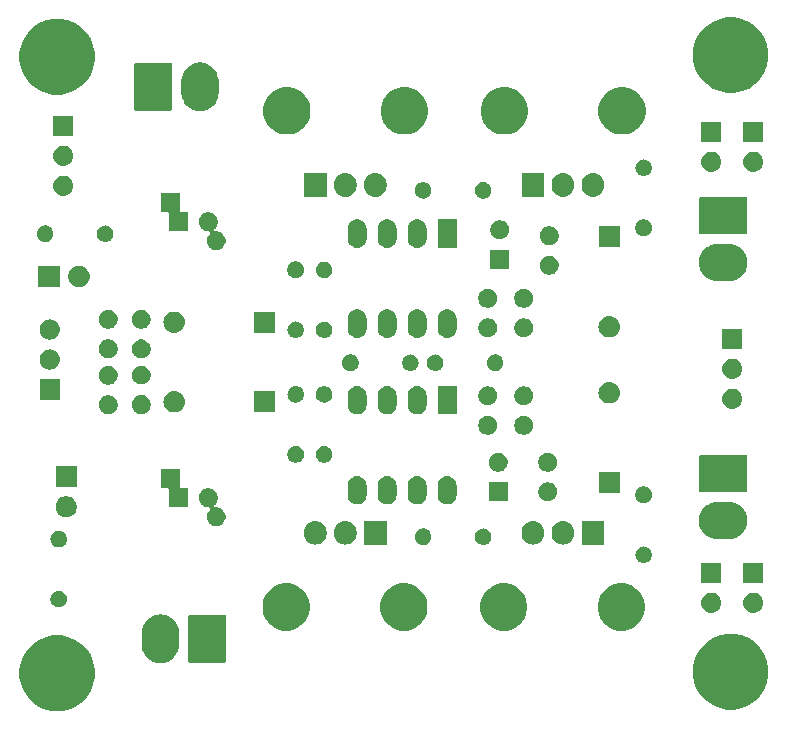
<source format=gbr>
G04 #@! TF.GenerationSoftware,KiCad,Pcbnew,(5.0.2)-1*
G04 #@! TF.CreationDate,2020-02-26T19:00:20+05:30*
G04 #@! TF.ProjectId,mosfet driver,6d6f7366-6574-4206-9472-697665722e6b,rev?*
G04 #@! TF.SameCoordinates,Original*
G04 #@! TF.FileFunction,Soldermask,Top*
G04 #@! TF.FilePolarity,Negative*
%FSLAX46Y46*%
G04 Gerber Fmt 4.6, Leading zero omitted, Abs format (unit mm)*
G04 Created by KiCad (PCBNEW (5.0.2)-1) date 02/26/20 19:00:20*
%MOMM*%
%LPD*%
G01*
G04 APERTURE LIST*
%ADD10C,0.100000*%
G04 APERTURE END LIST*
D10*
G36*
X48177405Y-175865974D02*
X48759767Y-176107196D01*
X49283884Y-176457400D01*
X49729600Y-176903116D01*
X50079804Y-177427233D01*
X50321026Y-178009595D01*
X50444000Y-178627826D01*
X50444000Y-179258174D01*
X50321026Y-179876405D01*
X50079804Y-180458767D01*
X49729600Y-180982884D01*
X49283884Y-181428600D01*
X48759767Y-181778804D01*
X48177405Y-182020026D01*
X47559174Y-182143000D01*
X46928826Y-182143000D01*
X46310595Y-182020026D01*
X45728233Y-181778804D01*
X45204116Y-181428600D01*
X44758400Y-180982884D01*
X44408196Y-180458767D01*
X44166974Y-179876405D01*
X44044000Y-179258174D01*
X44044000Y-178627826D01*
X44166974Y-178009595D01*
X44408196Y-177427233D01*
X44758400Y-176903116D01*
X45204116Y-176457400D01*
X45728233Y-176107196D01*
X46310595Y-175865974D01*
X46928826Y-175743000D01*
X47559174Y-175743000D01*
X48177405Y-175865974D01*
X48177405Y-175865974D01*
G37*
G36*
X105200405Y-175738974D02*
X105782767Y-175980196D01*
X106306884Y-176330400D01*
X106752600Y-176776116D01*
X107102804Y-177300233D01*
X107344026Y-177882595D01*
X107467000Y-178500826D01*
X107467000Y-179131174D01*
X107344026Y-179749405D01*
X107102804Y-180331767D01*
X106752600Y-180855884D01*
X106306884Y-181301600D01*
X105782767Y-181651804D01*
X105200405Y-181893026D01*
X104582174Y-182016000D01*
X103951826Y-182016000D01*
X103333595Y-181893026D01*
X102751233Y-181651804D01*
X102227116Y-181301600D01*
X101781400Y-180855884D01*
X101431196Y-180331767D01*
X101189974Y-179749405D01*
X101067000Y-179131174D01*
X101067000Y-178500826D01*
X101189974Y-177882595D01*
X101431196Y-177300233D01*
X101781400Y-176776116D01*
X102227116Y-176330400D01*
X102751233Y-175980196D01*
X103333595Y-175738974D01*
X103951826Y-175616000D01*
X104582174Y-175616000D01*
X105200405Y-175738974D01*
X105200405Y-175738974D01*
G37*
G36*
X56293734Y-173994862D02*
X56431029Y-174036510D01*
X56591566Y-174085208D01*
X56661390Y-174122530D01*
X56866048Y-174231922D01*
X57106634Y-174429366D01*
X57304078Y-174669952D01*
X57411581Y-174871077D01*
X57450792Y-174944434D01*
X57450792Y-174944435D01*
X57541138Y-175242266D01*
X57564000Y-175474390D01*
X57564000Y-176569611D01*
X57541138Y-176801734D01*
X57539163Y-176808244D01*
X57450792Y-177099566D01*
X57419376Y-177158341D01*
X57304078Y-177374048D01*
X57253715Y-177435415D01*
X57106637Y-177614631D01*
X57106635Y-177614632D01*
X57106634Y-177614634D01*
X56866047Y-177812078D01*
X56683058Y-177909887D01*
X56591565Y-177958792D01*
X56512964Y-177982635D01*
X56293733Y-178049138D01*
X55984000Y-178079644D01*
X55674266Y-178049138D01*
X55455035Y-177982635D01*
X55376434Y-177958792D01*
X55299918Y-177917893D01*
X55101952Y-177812078D01*
X54880786Y-177630572D01*
X54861369Y-177614637D01*
X54861368Y-177614635D01*
X54861366Y-177614634D01*
X54663922Y-177374047D01*
X54517209Y-177099566D01*
X54517208Y-177099565D01*
X54467362Y-176935244D01*
X54426862Y-176801733D01*
X54404000Y-176569610D01*
X54404000Y-175474389D01*
X54426862Y-175242266D01*
X54517208Y-174944435D01*
X54517208Y-174944434D01*
X54663923Y-174669951D01*
X54861367Y-174429366D01*
X55101953Y-174231922D01*
X55306611Y-174122530D01*
X55376435Y-174085208D01*
X55536972Y-174036510D01*
X55674267Y-173994862D01*
X55984000Y-173964356D01*
X56293734Y-173994862D01*
X56293734Y-173994862D01*
G37*
G36*
X61407662Y-173975367D02*
X61434635Y-173983549D01*
X61459490Y-173996835D01*
X61481281Y-174014719D01*
X61499165Y-174036510D01*
X61512451Y-174061365D01*
X61520633Y-174088338D01*
X61524000Y-174122530D01*
X61524000Y-177921470D01*
X61520633Y-177955662D01*
X61512451Y-177982635D01*
X61499165Y-178007490D01*
X61481281Y-178029281D01*
X61459490Y-178047165D01*
X61434635Y-178060451D01*
X61407662Y-178068633D01*
X61373470Y-178072000D01*
X58514530Y-178072000D01*
X58480338Y-178068633D01*
X58453365Y-178060451D01*
X58428510Y-178047165D01*
X58406719Y-178029281D01*
X58388835Y-178007490D01*
X58375549Y-177982635D01*
X58367367Y-177955662D01*
X58364000Y-177921470D01*
X58364000Y-174122530D01*
X58367367Y-174088338D01*
X58375549Y-174061365D01*
X58388835Y-174036510D01*
X58406719Y-174014719D01*
X58428510Y-173996835D01*
X58453365Y-173983549D01*
X58480338Y-173975367D01*
X58514530Y-173972000D01*
X61373470Y-173972000D01*
X61407662Y-173975367D01*
X61407662Y-173975367D01*
G37*
G36*
X67219578Y-171405659D02*
X67583554Y-171556422D01*
X67911129Y-171775301D01*
X68189699Y-172053871D01*
X68408578Y-172381446D01*
X68559341Y-172745422D01*
X68636200Y-173131816D01*
X68636200Y-173525784D01*
X68559341Y-173912178D01*
X68408578Y-174276154D01*
X68189699Y-174603729D01*
X67911129Y-174882299D01*
X67583554Y-175101178D01*
X67219578Y-175251941D01*
X66833184Y-175328800D01*
X66439216Y-175328800D01*
X66052822Y-175251941D01*
X65688846Y-175101178D01*
X65361271Y-174882299D01*
X65082701Y-174603729D01*
X64863822Y-174276154D01*
X64713059Y-173912178D01*
X64636200Y-173525784D01*
X64636200Y-173131816D01*
X64713059Y-172745422D01*
X64863822Y-172381446D01*
X65082701Y-172053871D01*
X65361271Y-171775301D01*
X65688846Y-171556422D01*
X66052822Y-171405659D01*
X66439216Y-171328800D01*
X66833184Y-171328800D01*
X67219578Y-171405659D01*
X67219578Y-171405659D01*
G37*
G36*
X95596378Y-171405659D02*
X95960354Y-171556422D01*
X96287929Y-171775301D01*
X96566499Y-172053871D01*
X96785378Y-172381446D01*
X96936141Y-172745422D01*
X97013000Y-173131816D01*
X97013000Y-173525784D01*
X96936141Y-173912178D01*
X96785378Y-174276154D01*
X96566499Y-174603729D01*
X96287929Y-174882299D01*
X95960354Y-175101178D01*
X95596378Y-175251941D01*
X95209984Y-175328800D01*
X94816016Y-175328800D01*
X94429622Y-175251941D01*
X94065646Y-175101178D01*
X93738071Y-174882299D01*
X93459501Y-174603729D01*
X93240622Y-174276154D01*
X93089859Y-173912178D01*
X93013000Y-173525784D01*
X93013000Y-173131816D01*
X93089859Y-172745422D01*
X93240622Y-172381446D01*
X93459501Y-172053871D01*
X93738071Y-171775301D01*
X94065646Y-171556422D01*
X94429622Y-171405659D01*
X94816016Y-171328800D01*
X95209984Y-171328800D01*
X95596378Y-171405659D01*
X95596378Y-171405659D01*
G37*
G36*
X85639578Y-171405659D02*
X86003554Y-171556422D01*
X86331129Y-171775301D01*
X86609699Y-172053871D01*
X86828578Y-172381446D01*
X86979341Y-172745422D01*
X87056200Y-173131816D01*
X87056200Y-173525784D01*
X86979341Y-173912178D01*
X86828578Y-174276154D01*
X86609699Y-174603729D01*
X86331129Y-174882299D01*
X86003554Y-175101178D01*
X85639578Y-175251941D01*
X85253184Y-175328800D01*
X84859216Y-175328800D01*
X84472822Y-175251941D01*
X84108846Y-175101178D01*
X83781271Y-174882299D01*
X83502701Y-174603729D01*
X83283822Y-174276154D01*
X83133059Y-173912178D01*
X83056200Y-173525784D01*
X83056200Y-173131816D01*
X83133059Y-172745422D01*
X83283822Y-172381446D01*
X83502701Y-172053871D01*
X83781271Y-171775301D01*
X84108846Y-171556422D01*
X84472822Y-171405659D01*
X84859216Y-171328800D01*
X85253184Y-171328800D01*
X85639578Y-171405659D01*
X85639578Y-171405659D01*
G37*
G36*
X77176378Y-171405659D02*
X77540354Y-171556422D01*
X77867929Y-171775301D01*
X78146499Y-172053871D01*
X78365378Y-172381446D01*
X78516141Y-172745422D01*
X78593000Y-173131816D01*
X78593000Y-173525784D01*
X78516141Y-173912178D01*
X78365378Y-174276154D01*
X78146499Y-174603729D01*
X77867929Y-174882299D01*
X77540354Y-175101178D01*
X77176378Y-175251941D01*
X76789984Y-175328800D01*
X76396016Y-175328800D01*
X76009622Y-175251941D01*
X75645646Y-175101178D01*
X75318071Y-174882299D01*
X75039501Y-174603729D01*
X74820622Y-174276154D01*
X74669859Y-173912178D01*
X74593000Y-173525784D01*
X74593000Y-173131816D01*
X74669859Y-172745422D01*
X74820622Y-172381446D01*
X75039501Y-172053871D01*
X75318071Y-171775301D01*
X75645646Y-171556422D01*
X76009622Y-171405659D01*
X76396016Y-171328800D01*
X76789984Y-171328800D01*
X77176378Y-171405659D01*
X77176378Y-171405659D01*
G37*
G36*
X106338630Y-172136299D02*
X106498855Y-172184903D01*
X106646520Y-172263831D01*
X106775949Y-172370051D01*
X106882169Y-172499480D01*
X106961097Y-172647145D01*
X107009701Y-172807370D01*
X107026112Y-172974000D01*
X107009701Y-173140630D01*
X106961097Y-173300855D01*
X106882169Y-173448520D01*
X106775949Y-173577949D01*
X106646520Y-173684169D01*
X106498855Y-173763097D01*
X106338630Y-173811701D01*
X106213752Y-173824000D01*
X106130248Y-173824000D01*
X106005370Y-173811701D01*
X105845145Y-173763097D01*
X105697480Y-173684169D01*
X105568051Y-173577949D01*
X105461831Y-173448520D01*
X105382903Y-173300855D01*
X105334299Y-173140630D01*
X105317888Y-172974000D01*
X105334299Y-172807370D01*
X105382903Y-172647145D01*
X105461831Y-172499480D01*
X105568051Y-172370051D01*
X105697480Y-172263831D01*
X105845145Y-172184903D01*
X106005370Y-172136299D01*
X106130248Y-172124000D01*
X106213752Y-172124000D01*
X106338630Y-172136299D01*
X106338630Y-172136299D01*
G37*
G36*
X102782630Y-172136299D02*
X102942855Y-172184903D01*
X103090520Y-172263831D01*
X103219949Y-172370051D01*
X103326169Y-172499480D01*
X103405097Y-172647145D01*
X103453701Y-172807370D01*
X103470112Y-172974000D01*
X103453701Y-173140630D01*
X103405097Y-173300855D01*
X103326169Y-173448520D01*
X103219949Y-173577949D01*
X103090520Y-173684169D01*
X102942855Y-173763097D01*
X102782630Y-173811701D01*
X102657752Y-173824000D01*
X102574248Y-173824000D01*
X102449370Y-173811701D01*
X102289145Y-173763097D01*
X102141480Y-173684169D01*
X102012051Y-173577949D01*
X101905831Y-173448520D01*
X101826903Y-173300855D01*
X101778299Y-173140630D01*
X101761888Y-172974000D01*
X101778299Y-172807370D01*
X101826903Y-172647145D01*
X101905831Y-172499480D01*
X102012051Y-172370051D01*
X102141480Y-172263831D01*
X102289145Y-172184903D01*
X102449370Y-172136299D01*
X102574248Y-172124000D01*
X102657752Y-172124000D01*
X102782630Y-172136299D01*
X102782630Y-172136299D01*
G37*
G36*
X47575183Y-171983400D02*
X47702574Y-172036168D01*
X47817224Y-172112774D01*
X47914726Y-172210276D01*
X47991332Y-172324926D01*
X48044100Y-172452317D01*
X48071000Y-172587555D01*
X48071000Y-172725445D01*
X48044100Y-172860683D01*
X47991332Y-172988074D01*
X47914725Y-173102725D01*
X47817225Y-173200225D01*
X47702574Y-173276832D01*
X47575183Y-173329600D01*
X47439945Y-173356500D01*
X47302055Y-173356500D01*
X47166817Y-173329600D01*
X47039426Y-173276832D01*
X46924775Y-173200225D01*
X46827275Y-173102725D01*
X46750668Y-172988074D01*
X46697900Y-172860683D01*
X46671000Y-172725445D01*
X46671000Y-172587555D01*
X46697900Y-172452317D01*
X46750668Y-172324926D01*
X46827274Y-172210276D01*
X46924776Y-172112774D01*
X47039426Y-172036168D01*
X47166817Y-171983400D01*
X47302055Y-171956500D01*
X47439945Y-171956500D01*
X47575183Y-171983400D01*
X47575183Y-171983400D01*
G37*
G36*
X107022000Y-171284000D02*
X105322000Y-171284000D01*
X105322000Y-169584000D01*
X107022000Y-169584000D01*
X107022000Y-171284000D01*
X107022000Y-171284000D01*
G37*
G36*
X103466000Y-171284000D02*
X101766000Y-171284000D01*
X101766000Y-169584000D01*
X103466000Y-169584000D01*
X103466000Y-171284000D01*
X103466000Y-171284000D01*
G37*
G36*
X97038224Y-168220128D02*
X97170175Y-168260155D01*
X97291781Y-168325155D01*
X97398370Y-168412630D01*
X97485845Y-168519219D01*
X97550845Y-168640825D01*
X97590872Y-168772776D01*
X97604387Y-168910000D01*
X97590872Y-169047224D01*
X97550845Y-169179175D01*
X97485845Y-169300781D01*
X97398370Y-169407370D01*
X97291781Y-169494845D01*
X97170175Y-169559845D01*
X97038224Y-169599872D01*
X96935390Y-169610000D01*
X96866610Y-169610000D01*
X96763776Y-169599872D01*
X96631825Y-169559845D01*
X96510219Y-169494845D01*
X96403630Y-169407370D01*
X96316155Y-169300781D01*
X96251155Y-169179175D01*
X96211128Y-169047224D01*
X96197613Y-168910000D01*
X96211128Y-168772776D01*
X96251155Y-168640825D01*
X96316155Y-168519219D01*
X96403630Y-168412630D01*
X96510219Y-168325155D01*
X96631825Y-168260155D01*
X96763776Y-168220128D01*
X96866610Y-168210000D01*
X96935390Y-168210000D01*
X97038224Y-168220128D01*
X97038224Y-168220128D01*
G37*
G36*
X47508224Y-166886628D02*
X47640175Y-166926655D01*
X47761781Y-166991655D01*
X47868370Y-167079130D01*
X47955845Y-167185719D01*
X48020845Y-167307325D01*
X48060872Y-167439276D01*
X48074387Y-167576500D01*
X48060872Y-167713724D01*
X48020845Y-167845675D01*
X47955845Y-167967281D01*
X47868370Y-168073870D01*
X47761781Y-168161345D01*
X47640175Y-168226345D01*
X47508224Y-168266372D01*
X47405390Y-168276500D01*
X47336610Y-168276500D01*
X47233776Y-168266372D01*
X47101825Y-168226345D01*
X46980219Y-168161345D01*
X46873630Y-168073870D01*
X46786155Y-167967281D01*
X46721155Y-167845675D01*
X46681128Y-167713724D01*
X46667613Y-167576500D01*
X46681128Y-167439276D01*
X46721155Y-167307325D01*
X46786155Y-167185719D01*
X46873630Y-167079130D01*
X46980219Y-166991655D01*
X47101825Y-166926655D01*
X47233776Y-166886628D01*
X47336610Y-166876500D01*
X47405390Y-166876500D01*
X47508224Y-166886628D01*
X47508224Y-166886628D01*
G37*
G36*
X83449224Y-166696128D02*
X83581175Y-166736155D01*
X83702781Y-166801155D01*
X83809370Y-166888630D01*
X83896845Y-166995219D01*
X83961845Y-167116825D01*
X84001872Y-167248776D01*
X84015387Y-167386000D01*
X84001872Y-167523224D01*
X83961845Y-167655175D01*
X83896845Y-167776781D01*
X83809370Y-167883370D01*
X83702781Y-167970845D01*
X83581175Y-168035845D01*
X83449224Y-168075872D01*
X83346390Y-168086000D01*
X83277610Y-168086000D01*
X83174776Y-168075872D01*
X83042825Y-168035845D01*
X82921219Y-167970845D01*
X82814630Y-167883370D01*
X82727155Y-167776781D01*
X82662155Y-167655175D01*
X82622128Y-167523224D01*
X82608613Y-167386000D01*
X82622128Y-167248776D01*
X82662155Y-167116825D01*
X82727155Y-166995219D01*
X82814630Y-166888630D01*
X82921219Y-166801155D01*
X83042825Y-166736155D01*
X83174776Y-166696128D01*
X83277610Y-166686000D01*
X83346390Y-166686000D01*
X83449224Y-166696128D01*
X83449224Y-166696128D01*
G37*
G36*
X78436183Y-166712900D02*
X78563574Y-166765668D01*
X78678224Y-166842274D01*
X78775726Y-166939776D01*
X78810390Y-166991655D01*
X78852332Y-167054426D01*
X78905100Y-167181817D01*
X78932000Y-167317055D01*
X78932000Y-167454945D01*
X78905100Y-167590183D01*
X78853928Y-167713722D01*
X78852332Y-167717574D01*
X78775726Y-167832224D01*
X78678224Y-167929726D01*
X78592878Y-167986752D01*
X78563574Y-168006332D01*
X78436183Y-168059100D01*
X78300945Y-168086000D01*
X78163055Y-168086000D01*
X78027817Y-168059100D01*
X77900426Y-168006332D01*
X77871122Y-167986752D01*
X77785776Y-167929726D01*
X77688274Y-167832224D01*
X77611668Y-167717574D01*
X77610072Y-167713722D01*
X77558900Y-167590183D01*
X77532000Y-167454945D01*
X77532000Y-167317055D01*
X77558900Y-167181817D01*
X77611668Y-167054426D01*
X77653610Y-166991655D01*
X77688274Y-166939776D01*
X77785776Y-166842274D01*
X77900426Y-166765668D01*
X78027817Y-166712900D01*
X78163055Y-166686000D01*
X78300945Y-166686000D01*
X78436183Y-166712900D01*
X78436183Y-166712900D01*
G37*
G36*
X69286724Y-166068782D02*
X69466269Y-166123247D01*
X69631741Y-166211693D01*
X69776778Y-166330722D01*
X69895807Y-166475759D01*
X69984253Y-166641232D01*
X70038718Y-166820777D01*
X70052500Y-166960712D01*
X70052500Y-167149289D01*
X70038718Y-167289224D01*
X69984253Y-167468769D01*
X69895807Y-167634241D01*
X69776778Y-167779278D01*
X69631741Y-167898307D01*
X69466268Y-167986753D01*
X69286723Y-168041218D01*
X69100000Y-168059608D01*
X68913276Y-168041218D01*
X68733731Y-167986753D01*
X68568259Y-167898307D01*
X68423222Y-167779278D01*
X68304193Y-167634241D01*
X68215747Y-167468768D01*
X68161282Y-167289223D01*
X68147500Y-167149288D01*
X68147500Y-166960711D01*
X68161282Y-166820776D01*
X68215747Y-166641231D01*
X68304193Y-166475759D01*
X68423219Y-166330725D01*
X68423221Y-166330724D01*
X68423222Y-166330722D01*
X68568259Y-166211694D01*
X68568263Y-166211692D01*
X68568264Y-166211691D01*
X68733732Y-166123247D01*
X68913277Y-166068782D01*
X69100000Y-166050392D01*
X69286724Y-166068782D01*
X69286724Y-166068782D01*
G37*
G36*
X71826724Y-166068782D02*
X72006269Y-166123247D01*
X72171741Y-166211693D01*
X72316778Y-166330722D01*
X72435807Y-166475759D01*
X72524253Y-166641232D01*
X72578718Y-166820777D01*
X72592500Y-166960712D01*
X72592500Y-167149289D01*
X72578718Y-167289224D01*
X72524253Y-167468769D01*
X72435807Y-167634241D01*
X72316778Y-167779278D01*
X72171741Y-167898307D01*
X72006268Y-167986753D01*
X71826723Y-168041218D01*
X71640000Y-168059608D01*
X71453276Y-168041218D01*
X71273731Y-167986753D01*
X71108259Y-167898307D01*
X70963222Y-167779278D01*
X70844193Y-167634241D01*
X70755747Y-167468768D01*
X70701282Y-167289223D01*
X70687500Y-167149288D01*
X70687500Y-166960711D01*
X70701282Y-166820776D01*
X70755747Y-166641231D01*
X70844193Y-166475759D01*
X70963219Y-166330725D01*
X70963221Y-166330724D01*
X70963222Y-166330722D01*
X71108259Y-166211694D01*
X71108263Y-166211692D01*
X71108264Y-166211691D01*
X71273732Y-166123247D01*
X71453277Y-166068782D01*
X71640000Y-166050392D01*
X71826724Y-166068782D01*
X71826724Y-166068782D01*
G37*
G36*
X87706724Y-166068782D02*
X87886269Y-166123247D01*
X88051741Y-166211693D01*
X88196778Y-166330722D01*
X88315807Y-166475759D01*
X88404253Y-166641232D01*
X88458718Y-166820777D01*
X88472500Y-166960712D01*
X88472500Y-167149289D01*
X88458718Y-167289224D01*
X88404253Y-167468769D01*
X88315807Y-167634241D01*
X88196778Y-167779278D01*
X88051741Y-167898307D01*
X87886268Y-167986753D01*
X87706723Y-168041218D01*
X87520000Y-168059608D01*
X87333276Y-168041218D01*
X87153731Y-167986753D01*
X86988259Y-167898307D01*
X86843222Y-167779278D01*
X86724193Y-167634241D01*
X86635747Y-167468768D01*
X86581282Y-167289223D01*
X86567500Y-167149288D01*
X86567500Y-166960711D01*
X86581282Y-166820776D01*
X86635747Y-166641231D01*
X86724193Y-166475759D01*
X86843219Y-166330725D01*
X86843221Y-166330724D01*
X86843222Y-166330722D01*
X86988259Y-166211694D01*
X86988263Y-166211692D01*
X86988264Y-166211691D01*
X87153732Y-166123247D01*
X87333277Y-166068782D01*
X87520000Y-166050392D01*
X87706724Y-166068782D01*
X87706724Y-166068782D01*
G37*
G36*
X90246724Y-166068782D02*
X90426269Y-166123247D01*
X90591741Y-166211693D01*
X90736778Y-166330722D01*
X90855807Y-166475759D01*
X90944253Y-166641232D01*
X90998718Y-166820777D01*
X91012500Y-166960712D01*
X91012500Y-167149289D01*
X90998718Y-167289224D01*
X90944253Y-167468769D01*
X90855807Y-167634241D01*
X90736778Y-167779278D01*
X90591741Y-167898307D01*
X90426268Y-167986753D01*
X90246723Y-168041218D01*
X90060000Y-168059608D01*
X89873276Y-168041218D01*
X89693731Y-167986753D01*
X89528259Y-167898307D01*
X89383222Y-167779278D01*
X89264193Y-167634241D01*
X89175747Y-167468768D01*
X89121282Y-167289223D01*
X89107500Y-167149288D01*
X89107500Y-166960711D01*
X89121282Y-166820776D01*
X89175747Y-166641231D01*
X89264193Y-166475759D01*
X89383219Y-166330725D01*
X89383221Y-166330724D01*
X89383222Y-166330722D01*
X89528259Y-166211694D01*
X89528263Y-166211692D01*
X89528264Y-166211691D01*
X89693732Y-166123247D01*
X89873277Y-166068782D01*
X90060000Y-166050392D01*
X90246724Y-166068782D01*
X90246724Y-166068782D01*
G37*
G36*
X75132500Y-168055000D02*
X73227500Y-168055000D01*
X73227500Y-166055000D01*
X75132500Y-166055000D01*
X75132500Y-168055000D01*
X75132500Y-168055000D01*
G37*
G36*
X93552500Y-168055000D02*
X91647500Y-168055000D01*
X91647500Y-166055000D01*
X93552500Y-166055000D01*
X93552500Y-168055000D01*
X93552500Y-168055000D01*
G37*
G36*
X104256985Y-164439621D02*
X104411734Y-164454862D01*
X104570750Y-164503099D01*
X104709566Y-164545208D01*
X104781165Y-164583479D01*
X104984048Y-164691922D01*
X105224634Y-164889366D01*
X105422078Y-165129952D01*
X105529581Y-165331077D01*
X105568792Y-165404434D01*
X105568792Y-165404435D01*
X105659138Y-165702266D01*
X105689644Y-166012000D01*
X105659138Y-166321734D01*
X105637534Y-166392952D01*
X105568792Y-166619566D01*
X105557211Y-166641232D01*
X105422078Y-166894048D01*
X105224634Y-167134634D01*
X104984048Y-167332078D01*
X104783494Y-167439276D01*
X104709566Y-167478792D01*
X104610288Y-167508907D01*
X104411734Y-167569138D01*
X104256985Y-167584379D01*
X104179612Y-167592000D01*
X103084388Y-167592000D01*
X103007015Y-167584379D01*
X102852266Y-167569138D01*
X102653712Y-167508907D01*
X102554434Y-167478792D01*
X102480506Y-167439276D01*
X102279952Y-167332078D01*
X102039366Y-167134634D01*
X101841922Y-166894048D01*
X101706789Y-166641232D01*
X101695208Y-166619566D01*
X101626466Y-166392952D01*
X101604862Y-166321734D01*
X101574356Y-166012000D01*
X101604862Y-165702266D01*
X101695208Y-165404435D01*
X101695208Y-165404434D01*
X101734419Y-165331077D01*
X101841922Y-165129952D01*
X102039366Y-164889366D01*
X102279952Y-164691922D01*
X102482835Y-164583479D01*
X102554434Y-164545208D01*
X102693250Y-164503099D01*
X102852266Y-164454862D01*
X103007015Y-164439621D01*
X103084388Y-164432000D01*
X104179612Y-164432000D01*
X104256985Y-164439621D01*
X104256985Y-164439621D01*
G37*
G36*
X60264352Y-163314743D02*
X60409941Y-163375048D01*
X60540973Y-163462601D01*
X60652399Y-163574027D01*
X60739952Y-163705059D01*
X60800257Y-163850648D01*
X60831000Y-164005205D01*
X60831000Y-164162795D01*
X60800257Y-164317352D01*
X60739952Y-164462941D01*
X60652399Y-164593973D01*
X60575760Y-164670612D01*
X60560214Y-164689554D01*
X60548663Y-164711165D01*
X60541550Y-164734614D01*
X60539148Y-164759000D01*
X60541550Y-164783386D01*
X60548663Y-164806835D01*
X60560214Y-164828446D01*
X60575760Y-164847388D01*
X60594702Y-164862934D01*
X60616313Y-164874485D01*
X60639762Y-164881598D01*
X60664148Y-164884000D01*
X60780732Y-164884000D01*
X60935289Y-164914743D01*
X61080878Y-164975048D01*
X61211910Y-165062601D01*
X61323336Y-165174027D01*
X61410889Y-165305059D01*
X61471194Y-165450648D01*
X61501937Y-165605205D01*
X61501937Y-165762795D01*
X61471194Y-165917352D01*
X61410889Y-166062941D01*
X61323336Y-166193973D01*
X61211910Y-166305399D01*
X61080878Y-166392952D01*
X60935289Y-166453257D01*
X60780732Y-166484000D01*
X60623142Y-166484000D01*
X60468585Y-166453257D01*
X60322996Y-166392952D01*
X60191964Y-166305399D01*
X60080538Y-166193973D01*
X59992985Y-166062941D01*
X59932680Y-165917352D01*
X59901937Y-165762795D01*
X59901937Y-165605205D01*
X59932680Y-165450648D01*
X59992985Y-165305059D01*
X60080538Y-165174027D01*
X60157177Y-165097388D01*
X60172723Y-165078446D01*
X60184274Y-165056835D01*
X60191387Y-165033386D01*
X60193789Y-165009000D01*
X60191387Y-164984614D01*
X60184274Y-164961165D01*
X60172723Y-164939554D01*
X60157177Y-164920612D01*
X60138235Y-164905066D01*
X60116624Y-164893515D01*
X60093175Y-164886402D01*
X60068789Y-164884000D01*
X59952205Y-164884000D01*
X59797648Y-164853257D01*
X59652059Y-164792952D01*
X59521027Y-164705399D01*
X59409601Y-164593973D01*
X59322048Y-164462941D01*
X59261743Y-164317352D01*
X59231000Y-164162795D01*
X59231000Y-164005205D01*
X59261743Y-163850648D01*
X59322048Y-163705059D01*
X59409601Y-163574027D01*
X59521027Y-163462601D01*
X59652059Y-163375048D01*
X59797648Y-163314743D01*
X59952205Y-163284000D01*
X60109795Y-163284000D01*
X60264352Y-163314743D01*
X60264352Y-163314743D01*
G37*
G36*
X48268521Y-163980586D02*
X48432309Y-164048429D01*
X48579720Y-164146926D01*
X48705074Y-164272280D01*
X48803571Y-164419691D01*
X48871414Y-164583479D01*
X48906000Y-164757356D01*
X48906000Y-164934644D01*
X48871414Y-165108521D01*
X48803571Y-165272309D01*
X48705074Y-165419720D01*
X48579720Y-165545074D01*
X48432309Y-165643571D01*
X48268521Y-165711414D01*
X48094644Y-165746000D01*
X47917356Y-165746000D01*
X47743479Y-165711414D01*
X47579691Y-165643571D01*
X47432280Y-165545074D01*
X47306926Y-165419720D01*
X47208429Y-165272309D01*
X47140586Y-165108521D01*
X47106000Y-164934644D01*
X47106000Y-164757356D01*
X47140586Y-164583479D01*
X47208429Y-164419691D01*
X47306926Y-164272280D01*
X47432280Y-164146926D01*
X47579691Y-164048429D01*
X47743479Y-163980586D01*
X47917356Y-163946000D01*
X48094644Y-163946000D01*
X48268521Y-163980586D01*
X48268521Y-163980586D01*
G37*
G36*
X57660063Y-163159000D02*
X57662465Y-163183386D01*
X57669578Y-163206835D01*
X57681129Y-163228446D01*
X57696675Y-163247388D01*
X57715617Y-163262934D01*
X57737228Y-163274485D01*
X57760677Y-163281598D01*
X57785063Y-163284000D01*
X58331000Y-163284000D01*
X58331000Y-164884000D01*
X56731000Y-164884000D01*
X56731000Y-163409000D01*
X56728598Y-163384614D01*
X56721485Y-163361165D01*
X56709934Y-163339554D01*
X56694388Y-163320612D01*
X56675446Y-163305066D01*
X56653835Y-163293515D01*
X56630386Y-163286402D01*
X56606000Y-163284000D01*
X56060063Y-163284000D01*
X56060063Y-161684000D01*
X57660063Y-161684000D01*
X57660063Y-163159000D01*
X57660063Y-163159000D01*
G37*
G36*
X72800827Y-162260576D02*
X72876227Y-162283448D01*
X72951629Y-162306321D01*
X73090608Y-162380608D01*
X73212422Y-162480578D01*
X73312392Y-162602392D01*
X73386679Y-162741371D01*
X73386679Y-162741372D01*
X73432424Y-162892173D01*
X73444000Y-163009707D01*
X73444000Y-163888293D01*
X73432424Y-164005827D01*
X73409552Y-164081227D01*
X73386679Y-164156629D01*
X73312392Y-164295608D01*
X73212425Y-164417419D01*
X73212423Y-164417420D01*
X73212422Y-164417422D01*
X73212418Y-164417425D01*
X73090604Y-164517394D01*
X72951628Y-164591679D01*
X72876227Y-164614551D01*
X72800826Y-164637424D01*
X72644000Y-164652870D01*
X72487173Y-164637424D01*
X72411772Y-164614551D01*
X72336371Y-164591679D01*
X72197392Y-164517392D01*
X72075581Y-164417425D01*
X72075580Y-164417423D01*
X72075578Y-164417422D01*
X71975607Y-164295605D01*
X71975606Y-164295604D01*
X71901321Y-164156628D01*
X71868500Y-164048430D01*
X71855576Y-164005826D01*
X71844000Y-163888292D01*
X71844000Y-163009707D01*
X71855577Y-162892173D01*
X71901322Y-162741372D01*
X71901322Y-162741371D01*
X71975609Y-162602392D01*
X72075579Y-162480578D01*
X72197393Y-162380608D01*
X72336372Y-162306321D01*
X72411774Y-162283448D01*
X72487174Y-162260576D01*
X72644000Y-162245130D01*
X72800827Y-162260576D01*
X72800827Y-162260576D01*
G37*
G36*
X75340827Y-162260576D02*
X75416227Y-162283448D01*
X75491629Y-162306321D01*
X75630608Y-162380608D01*
X75752422Y-162480578D01*
X75852392Y-162602392D01*
X75926679Y-162741371D01*
X75926679Y-162741372D01*
X75972424Y-162892173D01*
X75984000Y-163009707D01*
X75984000Y-163888293D01*
X75972424Y-164005827D01*
X75949552Y-164081227D01*
X75926679Y-164156629D01*
X75852392Y-164295608D01*
X75752425Y-164417419D01*
X75752423Y-164417420D01*
X75752422Y-164417422D01*
X75752418Y-164417425D01*
X75630604Y-164517394D01*
X75491628Y-164591679D01*
X75416227Y-164614551D01*
X75340826Y-164637424D01*
X75184000Y-164652870D01*
X75027173Y-164637424D01*
X74951772Y-164614551D01*
X74876371Y-164591679D01*
X74737392Y-164517392D01*
X74615581Y-164417425D01*
X74615580Y-164417423D01*
X74615578Y-164417422D01*
X74515607Y-164295605D01*
X74515606Y-164295604D01*
X74441321Y-164156628D01*
X74408500Y-164048430D01*
X74395576Y-164005826D01*
X74384000Y-163888292D01*
X74384000Y-163009707D01*
X74395577Y-162892173D01*
X74441322Y-162741372D01*
X74441322Y-162741371D01*
X74515609Y-162602392D01*
X74615579Y-162480578D01*
X74737393Y-162380608D01*
X74876372Y-162306321D01*
X74951774Y-162283448D01*
X75027174Y-162260576D01*
X75184000Y-162245130D01*
X75340827Y-162260576D01*
X75340827Y-162260576D01*
G37*
G36*
X77880827Y-162260576D02*
X77956227Y-162283448D01*
X78031629Y-162306321D01*
X78170608Y-162380608D01*
X78292422Y-162480578D01*
X78392392Y-162602392D01*
X78466679Y-162741371D01*
X78466679Y-162741372D01*
X78512424Y-162892173D01*
X78524000Y-163009707D01*
X78524000Y-163888293D01*
X78512424Y-164005827D01*
X78489552Y-164081227D01*
X78466679Y-164156629D01*
X78392392Y-164295608D01*
X78292425Y-164417419D01*
X78292423Y-164417420D01*
X78292422Y-164417422D01*
X78292418Y-164417425D01*
X78170604Y-164517394D01*
X78031628Y-164591679D01*
X77956227Y-164614551D01*
X77880826Y-164637424D01*
X77724000Y-164652870D01*
X77567173Y-164637424D01*
X77491772Y-164614551D01*
X77416371Y-164591679D01*
X77277392Y-164517392D01*
X77155581Y-164417425D01*
X77155580Y-164417423D01*
X77155578Y-164417422D01*
X77055607Y-164295605D01*
X77055606Y-164295604D01*
X76981321Y-164156628D01*
X76948500Y-164048430D01*
X76935576Y-164005826D01*
X76924000Y-163888292D01*
X76924000Y-163009707D01*
X76935577Y-162892173D01*
X76981322Y-162741372D01*
X76981322Y-162741371D01*
X77055609Y-162602392D01*
X77155579Y-162480578D01*
X77277393Y-162380608D01*
X77416372Y-162306321D01*
X77491774Y-162283448D01*
X77567174Y-162260576D01*
X77724000Y-162245130D01*
X77880827Y-162260576D01*
X77880827Y-162260576D01*
G37*
G36*
X80420827Y-162260576D02*
X80496227Y-162283448D01*
X80571629Y-162306321D01*
X80710608Y-162380608D01*
X80832422Y-162480578D01*
X80932392Y-162602392D01*
X81006679Y-162741371D01*
X81006679Y-162741372D01*
X81052424Y-162892173D01*
X81064000Y-163009707D01*
X81064000Y-163888293D01*
X81052424Y-164005827D01*
X81029552Y-164081227D01*
X81006679Y-164156629D01*
X80932392Y-164295608D01*
X80832425Y-164417419D01*
X80832423Y-164417420D01*
X80832422Y-164417422D01*
X80832418Y-164417425D01*
X80710604Y-164517394D01*
X80571628Y-164591679D01*
X80496227Y-164614551D01*
X80420826Y-164637424D01*
X80264000Y-164652870D01*
X80107173Y-164637424D01*
X80031772Y-164614551D01*
X79956371Y-164591679D01*
X79817392Y-164517392D01*
X79695581Y-164417425D01*
X79695580Y-164417423D01*
X79695578Y-164417422D01*
X79595607Y-164295605D01*
X79595606Y-164295604D01*
X79521321Y-164156628D01*
X79488500Y-164048430D01*
X79475576Y-164005826D01*
X79464000Y-163888292D01*
X79464000Y-163009707D01*
X79475577Y-162892173D01*
X79521322Y-162741372D01*
X79521322Y-162741371D01*
X79595609Y-162602392D01*
X79695579Y-162480578D01*
X79817393Y-162380608D01*
X79956372Y-162306321D01*
X80031774Y-162283448D01*
X80107174Y-162260576D01*
X80264000Y-162245130D01*
X80420827Y-162260576D01*
X80420827Y-162260576D01*
G37*
G36*
X97105183Y-163156900D02*
X97232574Y-163209668D01*
X97343821Y-163284000D01*
X97347225Y-163286275D01*
X97444725Y-163383775D01*
X97521332Y-163498426D01*
X97574100Y-163625817D01*
X97601000Y-163761055D01*
X97601000Y-163898945D01*
X97574100Y-164034183D01*
X97523381Y-164156627D01*
X97521332Y-164161574D01*
X97444726Y-164276224D01*
X97347224Y-164373726D01*
X97281832Y-164417419D01*
X97232574Y-164450332D01*
X97105183Y-164503100D01*
X96969945Y-164530000D01*
X96832055Y-164530000D01*
X96696817Y-164503100D01*
X96569426Y-164450332D01*
X96520168Y-164417419D01*
X96454776Y-164373726D01*
X96357274Y-164276224D01*
X96280668Y-164161574D01*
X96278619Y-164156627D01*
X96227900Y-164034183D01*
X96201000Y-163898945D01*
X96201000Y-163761055D01*
X96227900Y-163625817D01*
X96280668Y-163498426D01*
X96357275Y-163383775D01*
X96454775Y-163286275D01*
X96458180Y-163284000D01*
X96569426Y-163209668D01*
X96696817Y-163156900D01*
X96832055Y-163130000D01*
X96969945Y-163130000D01*
X97105183Y-163156900D01*
X97105183Y-163156900D01*
G37*
G36*
X89006352Y-162806743D02*
X89151941Y-162867048D01*
X89282973Y-162954601D01*
X89394399Y-163066027D01*
X89481952Y-163197059D01*
X89542257Y-163342648D01*
X89573000Y-163497205D01*
X89573000Y-163654795D01*
X89542257Y-163809352D01*
X89481952Y-163954941D01*
X89394399Y-164085973D01*
X89282973Y-164197399D01*
X89151941Y-164284952D01*
X89006352Y-164345257D01*
X88851795Y-164376000D01*
X88694205Y-164376000D01*
X88539648Y-164345257D01*
X88394059Y-164284952D01*
X88263027Y-164197399D01*
X88151601Y-164085973D01*
X88064048Y-163954941D01*
X88003743Y-163809352D01*
X87973000Y-163654795D01*
X87973000Y-163497205D01*
X88003743Y-163342648D01*
X88064048Y-163197059D01*
X88151601Y-163066027D01*
X88263027Y-162954601D01*
X88394059Y-162867048D01*
X88539648Y-162806743D01*
X88694205Y-162776000D01*
X88851795Y-162776000D01*
X89006352Y-162806743D01*
X89006352Y-162806743D01*
G37*
G36*
X85382000Y-164376000D02*
X83782000Y-164376000D01*
X83782000Y-162776000D01*
X85382000Y-162776000D01*
X85382000Y-164376000D01*
X85382000Y-164376000D01*
G37*
G36*
X94880000Y-163714000D02*
X93080000Y-163714000D01*
X93080000Y-161914000D01*
X94880000Y-161914000D01*
X94880000Y-163714000D01*
X94880000Y-163714000D01*
G37*
G36*
X105565662Y-160475367D02*
X105592635Y-160483549D01*
X105617490Y-160496835D01*
X105639281Y-160514719D01*
X105657165Y-160536510D01*
X105670451Y-160561365D01*
X105678633Y-160588338D01*
X105682000Y-160622530D01*
X105682000Y-163481470D01*
X105678633Y-163515662D01*
X105670451Y-163542635D01*
X105657165Y-163567490D01*
X105639281Y-163589281D01*
X105617490Y-163607165D01*
X105592635Y-163620451D01*
X105565662Y-163628633D01*
X105531470Y-163632000D01*
X101732530Y-163632000D01*
X101698338Y-163628633D01*
X101671365Y-163620451D01*
X101646510Y-163607165D01*
X101624719Y-163589281D01*
X101606835Y-163567490D01*
X101593549Y-163542635D01*
X101585367Y-163515662D01*
X101582000Y-163481470D01*
X101582000Y-160622530D01*
X101585367Y-160588338D01*
X101593549Y-160561365D01*
X101606835Y-160536510D01*
X101624719Y-160514719D01*
X101646510Y-160496835D01*
X101671365Y-160483549D01*
X101698338Y-160475367D01*
X101732530Y-160472000D01*
X105531470Y-160472000D01*
X105565662Y-160475367D01*
X105565662Y-160475367D01*
G37*
G36*
X48906000Y-163206000D02*
X47106000Y-163206000D01*
X47106000Y-161406000D01*
X48906000Y-161406000D01*
X48906000Y-163206000D01*
X48906000Y-163206000D01*
G37*
G36*
X89006352Y-160306743D02*
X89151941Y-160367048D01*
X89282973Y-160454601D01*
X89394399Y-160566027D01*
X89481952Y-160697059D01*
X89542257Y-160842648D01*
X89573000Y-160997205D01*
X89573000Y-161154795D01*
X89542257Y-161309352D01*
X89481952Y-161454941D01*
X89394399Y-161585973D01*
X89282973Y-161697399D01*
X89151941Y-161784952D01*
X89006352Y-161845257D01*
X88851795Y-161876000D01*
X88694205Y-161876000D01*
X88539648Y-161845257D01*
X88394059Y-161784952D01*
X88263027Y-161697399D01*
X88151601Y-161585973D01*
X88064048Y-161454941D01*
X88003743Y-161309352D01*
X87973000Y-161154795D01*
X87973000Y-160997205D01*
X88003743Y-160842648D01*
X88064048Y-160697059D01*
X88151601Y-160566027D01*
X88263027Y-160454601D01*
X88394059Y-160367048D01*
X88539648Y-160306743D01*
X88694205Y-160276000D01*
X88851795Y-160276000D01*
X89006352Y-160306743D01*
X89006352Y-160306743D01*
G37*
G36*
X84815352Y-160306743D02*
X84960941Y-160367048D01*
X85091973Y-160454601D01*
X85203399Y-160566027D01*
X85290952Y-160697059D01*
X85351257Y-160842648D01*
X85382000Y-160997205D01*
X85382000Y-161154795D01*
X85351257Y-161309352D01*
X85290952Y-161454941D01*
X85203399Y-161585973D01*
X85091973Y-161697399D01*
X84960941Y-161784952D01*
X84815352Y-161845257D01*
X84660795Y-161876000D01*
X84503205Y-161876000D01*
X84348648Y-161845257D01*
X84203059Y-161784952D01*
X84072027Y-161697399D01*
X83960601Y-161585973D01*
X83873048Y-161454941D01*
X83812743Y-161309352D01*
X83782000Y-161154795D01*
X83782000Y-160997205D01*
X83812743Y-160842648D01*
X83873048Y-160697059D01*
X83960601Y-160566027D01*
X84072027Y-160454601D01*
X84203059Y-160367048D01*
X84348648Y-160306743D01*
X84503205Y-160276000D01*
X84660795Y-160276000D01*
X84815352Y-160306743D01*
X84815352Y-160306743D01*
G37*
G36*
X70054183Y-159735900D02*
X70181574Y-159788668D01*
X70296225Y-159865275D01*
X70393725Y-159962775D01*
X70470332Y-160077426D01*
X70523100Y-160204817D01*
X70550000Y-160340055D01*
X70550000Y-160477945D01*
X70523100Y-160613183D01*
X70470332Y-160740574D01*
X70393725Y-160855225D01*
X70296225Y-160952725D01*
X70181574Y-161029332D01*
X70054183Y-161082100D01*
X69918945Y-161109000D01*
X69781055Y-161109000D01*
X69645817Y-161082100D01*
X69518426Y-161029332D01*
X69403775Y-160952725D01*
X69306275Y-160855225D01*
X69229668Y-160740574D01*
X69176900Y-160613183D01*
X69150000Y-160477945D01*
X69150000Y-160340055D01*
X69176900Y-160204817D01*
X69229668Y-160077426D01*
X69306275Y-159962775D01*
X69403775Y-159865275D01*
X69518426Y-159788668D01*
X69645817Y-159735900D01*
X69781055Y-159709000D01*
X69918945Y-159709000D01*
X70054183Y-159735900D01*
X70054183Y-159735900D01*
G37*
G36*
X67641183Y-159735900D02*
X67768574Y-159788668D01*
X67883225Y-159865275D01*
X67980725Y-159962775D01*
X68057332Y-160077426D01*
X68110100Y-160204817D01*
X68137000Y-160340055D01*
X68137000Y-160477945D01*
X68110100Y-160613183D01*
X68057332Y-160740574D01*
X67980725Y-160855225D01*
X67883225Y-160952725D01*
X67768574Y-161029332D01*
X67641183Y-161082100D01*
X67505945Y-161109000D01*
X67368055Y-161109000D01*
X67232817Y-161082100D01*
X67105426Y-161029332D01*
X66990775Y-160952725D01*
X66893275Y-160855225D01*
X66816668Y-160740574D01*
X66763900Y-160613183D01*
X66737000Y-160477945D01*
X66737000Y-160340055D01*
X66763900Y-160204817D01*
X66816668Y-160077426D01*
X66893275Y-159962775D01*
X66990775Y-159865275D01*
X67105426Y-159788668D01*
X67232817Y-159735900D01*
X67368055Y-159709000D01*
X67505945Y-159709000D01*
X67641183Y-159735900D01*
X67641183Y-159735900D01*
G37*
G36*
X83926352Y-157178743D02*
X84071941Y-157239048D01*
X84202973Y-157326601D01*
X84314399Y-157438027D01*
X84401952Y-157569059D01*
X84462257Y-157714648D01*
X84493000Y-157869205D01*
X84493000Y-158026795D01*
X84462257Y-158181352D01*
X84401952Y-158326941D01*
X84314399Y-158457973D01*
X84202973Y-158569399D01*
X84071941Y-158656952D01*
X83926352Y-158717257D01*
X83771795Y-158748000D01*
X83614205Y-158748000D01*
X83459648Y-158717257D01*
X83314059Y-158656952D01*
X83183027Y-158569399D01*
X83071601Y-158457973D01*
X82984048Y-158326941D01*
X82923743Y-158181352D01*
X82893000Y-158026795D01*
X82893000Y-157869205D01*
X82923743Y-157714648D01*
X82984048Y-157569059D01*
X83071601Y-157438027D01*
X83183027Y-157326601D01*
X83314059Y-157239048D01*
X83459648Y-157178743D01*
X83614205Y-157148000D01*
X83771795Y-157148000D01*
X83926352Y-157178743D01*
X83926352Y-157178743D01*
G37*
G36*
X86974352Y-157178743D02*
X87119941Y-157239048D01*
X87250973Y-157326601D01*
X87362399Y-157438027D01*
X87449952Y-157569059D01*
X87510257Y-157714648D01*
X87541000Y-157869205D01*
X87541000Y-158026795D01*
X87510257Y-158181352D01*
X87449952Y-158326941D01*
X87362399Y-158457973D01*
X87250973Y-158569399D01*
X87119941Y-158656952D01*
X86974352Y-158717257D01*
X86819795Y-158748000D01*
X86662205Y-158748000D01*
X86507648Y-158717257D01*
X86362059Y-158656952D01*
X86231027Y-158569399D01*
X86119601Y-158457973D01*
X86032048Y-158326941D01*
X85971743Y-158181352D01*
X85941000Y-158026795D01*
X85941000Y-157869205D01*
X85971743Y-157714648D01*
X86032048Y-157569059D01*
X86119601Y-157438027D01*
X86231027Y-157326601D01*
X86362059Y-157239048D01*
X86507648Y-157178743D01*
X86662205Y-157148000D01*
X86819795Y-157148000D01*
X86974352Y-157178743D01*
X86974352Y-157178743D01*
G37*
G36*
X75340827Y-154640576D02*
X75416227Y-154663448D01*
X75491629Y-154686321D01*
X75630608Y-154760608D01*
X75752422Y-154860578D01*
X75852392Y-154982392D01*
X75926679Y-155121371D01*
X75926679Y-155121372D01*
X75958867Y-155227480D01*
X75972424Y-155272174D01*
X75982102Y-155370431D01*
X75984000Y-155389707D01*
X75984000Y-156268293D01*
X75972424Y-156385827D01*
X75950399Y-156458433D01*
X75926679Y-156536629D01*
X75852392Y-156675608D01*
X75752425Y-156797419D01*
X75752423Y-156797420D01*
X75752422Y-156797422D01*
X75696912Y-156842977D01*
X75630604Y-156897394D01*
X75491628Y-156971679D01*
X75466646Y-156979257D01*
X75340826Y-157017424D01*
X75184000Y-157032870D01*
X75027173Y-157017424D01*
X74901353Y-156979257D01*
X74876371Y-156971679D01*
X74737392Y-156897392D01*
X74615581Y-156797425D01*
X74615580Y-156797423D01*
X74615578Y-156797422D01*
X74515607Y-156675605D01*
X74469284Y-156588942D01*
X74441321Y-156536628D01*
X74413026Y-156443351D01*
X74395576Y-156385826D01*
X74384000Y-156268292D01*
X74384000Y-155389707D01*
X74395577Y-155272173D01*
X74441322Y-155121372D01*
X74441322Y-155121371D01*
X74515609Y-154982392D01*
X74615579Y-154860578D01*
X74737393Y-154760608D01*
X74876372Y-154686321D01*
X74951774Y-154663448D01*
X75027174Y-154640576D01*
X75184000Y-154625130D01*
X75340827Y-154640576D01*
X75340827Y-154640576D01*
G37*
G36*
X72800827Y-154640576D02*
X72876227Y-154663448D01*
X72951629Y-154686321D01*
X73090608Y-154760608D01*
X73212422Y-154860578D01*
X73312392Y-154982392D01*
X73386679Y-155121371D01*
X73386679Y-155121372D01*
X73418867Y-155227480D01*
X73432424Y-155272174D01*
X73442102Y-155370431D01*
X73444000Y-155389707D01*
X73444000Y-156268293D01*
X73432424Y-156385827D01*
X73410399Y-156458433D01*
X73386679Y-156536629D01*
X73312392Y-156675608D01*
X73212425Y-156797419D01*
X73212423Y-156797420D01*
X73212422Y-156797422D01*
X73156912Y-156842977D01*
X73090604Y-156897394D01*
X72951628Y-156971679D01*
X72926646Y-156979257D01*
X72800826Y-157017424D01*
X72644000Y-157032870D01*
X72487173Y-157017424D01*
X72361353Y-156979257D01*
X72336371Y-156971679D01*
X72197392Y-156897392D01*
X72075581Y-156797425D01*
X72075580Y-156797423D01*
X72075578Y-156797422D01*
X71975607Y-156675605D01*
X71929284Y-156588942D01*
X71901321Y-156536628D01*
X71873026Y-156443351D01*
X71855576Y-156385826D01*
X71844000Y-156268292D01*
X71844000Y-155389707D01*
X71855577Y-155272173D01*
X71901322Y-155121372D01*
X71901322Y-155121371D01*
X71975609Y-154982392D01*
X72075579Y-154860578D01*
X72197393Y-154760608D01*
X72336372Y-154686321D01*
X72411774Y-154663448D01*
X72487174Y-154640576D01*
X72644000Y-154625130D01*
X72800827Y-154640576D01*
X72800827Y-154640576D01*
G37*
G36*
X77880827Y-154640576D02*
X77956227Y-154663448D01*
X78031629Y-154686321D01*
X78170608Y-154760608D01*
X78292422Y-154860578D01*
X78392392Y-154982392D01*
X78466679Y-155121371D01*
X78466679Y-155121372D01*
X78498867Y-155227480D01*
X78512424Y-155272174D01*
X78522102Y-155370431D01*
X78524000Y-155389707D01*
X78524000Y-156268293D01*
X78512424Y-156385827D01*
X78490399Y-156458433D01*
X78466679Y-156536629D01*
X78392392Y-156675608D01*
X78292425Y-156797419D01*
X78292423Y-156797420D01*
X78292422Y-156797422D01*
X78236912Y-156842977D01*
X78170604Y-156897394D01*
X78031628Y-156971679D01*
X78006646Y-156979257D01*
X77880826Y-157017424D01*
X77724000Y-157032870D01*
X77567173Y-157017424D01*
X77441353Y-156979257D01*
X77416371Y-156971679D01*
X77277392Y-156897392D01*
X77155581Y-156797425D01*
X77155580Y-156797423D01*
X77155578Y-156797422D01*
X77055607Y-156675605D01*
X77009284Y-156588942D01*
X76981321Y-156536628D01*
X76953026Y-156443351D01*
X76935576Y-156385826D01*
X76924000Y-156268292D01*
X76924000Y-155389707D01*
X76935577Y-155272173D01*
X76981322Y-155121372D01*
X76981322Y-155121371D01*
X77055609Y-154982392D01*
X77155579Y-154860578D01*
X77277393Y-154760608D01*
X77416372Y-154686321D01*
X77491774Y-154663448D01*
X77567174Y-154640576D01*
X77724000Y-154625130D01*
X77880827Y-154640576D01*
X77880827Y-154640576D01*
G37*
G36*
X81064000Y-157029000D02*
X79464000Y-157029000D01*
X79464000Y-154629000D01*
X81064000Y-154629000D01*
X81064000Y-157029000D01*
X81064000Y-157029000D01*
G37*
G36*
X51795352Y-155440743D02*
X51940941Y-155501048D01*
X52071973Y-155588601D01*
X52183399Y-155700027D01*
X52270952Y-155831059D01*
X52331257Y-155976648D01*
X52362000Y-156131205D01*
X52362000Y-156288795D01*
X52331257Y-156443352D01*
X52270952Y-156588941D01*
X52183399Y-156719973D01*
X52071973Y-156831399D01*
X51940941Y-156918952D01*
X51795352Y-156979257D01*
X51640795Y-157010000D01*
X51483205Y-157010000D01*
X51328648Y-156979257D01*
X51183059Y-156918952D01*
X51052027Y-156831399D01*
X50940601Y-156719973D01*
X50853048Y-156588941D01*
X50792743Y-156443352D01*
X50762000Y-156288795D01*
X50762000Y-156131205D01*
X50792743Y-155976648D01*
X50853048Y-155831059D01*
X50940601Y-155700027D01*
X51052027Y-155588601D01*
X51183059Y-155501048D01*
X51328648Y-155440743D01*
X51483205Y-155410000D01*
X51640795Y-155410000D01*
X51795352Y-155440743D01*
X51795352Y-155440743D01*
G37*
G36*
X54589352Y-155426743D02*
X54734941Y-155487048D01*
X54865973Y-155574601D01*
X54977399Y-155686027D01*
X55064952Y-155817059D01*
X55125257Y-155962648D01*
X55156000Y-156117205D01*
X55156000Y-156274795D01*
X55125257Y-156429352D01*
X55064952Y-156574941D01*
X54977399Y-156705973D01*
X54865973Y-156817399D01*
X54734941Y-156904952D01*
X54589352Y-156965257D01*
X54434795Y-156996000D01*
X54277205Y-156996000D01*
X54122648Y-156965257D01*
X53977059Y-156904952D01*
X53846027Y-156817399D01*
X53734601Y-156705973D01*
X53647048Y-156574941D01*
X53586743Y-156429352D01*
X53556000Y-156274795D01*
X53556000Y-156117205D01*
X53586743Y-155962648D01*
X53647048Y-155817059D01*
X53734601Y-155686027D01*
X53846027Y-155574601D01*
X53977059Y-155487048D01*
X54122648Y-155426743D01*
X54277205Y-155396000D01*
X54434795Y-155396000D01*
X54589352Y-155426743D01*
X54589352Y-155426743D01*
G37*
G36*
X57326432Y-155069022D02*
X57496081Y-155120485D01*
X57652433Y-155204056D01*
X57789475Y-155316525D01*
X57901944Y-155453567D01*
X57985515Y-155609919D01*
X58036978Y-155779568D01*
X58054354Y-155956000D01*
X58036978Y-156132432D01*
X57985515Y-156302081D01*
X57901944Y-156458433D01*
X57789475Y-156595475D01*
X57652433Y-156707944D01*
X57496081Y-156791515D01*
X57326432Y-156842978D01*
X57194211Y-156856000D01*
X57105789Y-156856000D01*
X56973568Y-156842978D01*
X56803919Y-156791515D01*
X56647567Y-156707944D01*
X56510525Y-156595475D01*
X56398056Y-156458433D01*
X56314485Y-156302081D01*
X56263022Y-156132432D01*
X56245646Y-155956000D01*
X56263022Y-155779568D01*
X56314485Y-155609919D01*
X56398056Y-155453567D01*
X56510525Y-155316525D01*
X56647567Y-155204056D01*
X56803919Y-155120485D01*
X56973568Y-155069022D01*
X57105789Y-155056000D01*
X57194211Y-155056000D01*
X57326432Y-155069022D01*
X57326432Y-155069022D01*
G37*
G36*
X65670000Y-156856000D02*
X63870000Y-156856000D01*
X63870000Y-155056000D01*
X65670000Y-155056000D01*
X65670000Y-156856000D01*
X65670000Y-156856000D01*
G37*
G36*
X104560630Y-154864299D02*
X104720855Y-154912903D01*
X104868520Y-154991831D01*
X104997949Y-155098051D01*
X105104169Y-155227480D01*
X105183097Y-155375145D01*
X105231701Y-155535370D01*
X105248112Y-155702000D01*
X105231701Y-155868630D01*
X105183097Y-156028855D01*
X105104169Y-156176520D01*
X104997949Y-156305949D01*
X104868520Y-156412169D01*
X104720855Y-156491097D01*
X104560630Y-156539701D01*
X104435752Y-156552000D01*
X104352248Y-156552000D01*
X104227370Y-156539701D01*
X104067145Y-156491097D01*
X103919480Y-156412169D01*
X103790051Y-156305949D01*
X103683831Y-156176520D01*
X103604903Y-156028855D01*
X103556299Y-155868630D01*
X103539888Y-155702000D01*
X103556299Y-155535370D01*
X103604903Y-155375145D01*
X103683831Y-155227480D01*
X103790051Y-155098051D01*
X103919480Y-154991831D01*
X104067145Y-154912903D01*
X104227370Y-154864299D01*
X104352248Y-154852000D01*
X104435752Y-154852000D01*
X104560630Y-154864299D01*
X104560630Y-154864299D01*
G37*
G36*
X83926352Y-154678743D02*
X84071941Y-154739048D01*
X84202973Y-154826601D01*
X84314399Y-154938027D01*
X84401952Y-155069059D01*
X84462257Y-155214648D01*
X84493000Y-155369205D01*
X84493000Y-155526795D01*
X84462257Y-155681352D01*
X84401952Y-155826941D01*
X84314399Y-155957973D01*
X84202973Y-156069399D01*
X84071941Y-156156952D01*
X83926352Y-156217257D01*
X83771795Y-156248000D01*
X83614205Y-156248000D01*
X83459648Y-156217257D01*
X83314059Y-156156952D01*
X83183027Y-156069399D01*
X83071601Y-155957973D01*
X82984048Y-155826941D01*
X82923743Y-155681352D01*
X82893000Y-155526795D01*
X82893000Y-155369205D01*
X82923743Y-155214648D01*
X82984048Y-155069059D01*
X83071601Y-154938027D01*
X83183027Y-154826601D01*
X83314059Y-154739048D01*
X83459648Y-154678743D01*
X83614205Y-154648000D01*
X83771795Y-154648000D01*
X83926352Y-154678743D01*
X83926352Y-154678743D01*
G37*
G36*
X86974352Y-154678743D02*
X87119941Y-154739048D01*
X87250973Y-154826601D01*
X87362399Y-154938027D01*
X87449952Y-155069059D01*
X87510257Y-155214648D01*
X87541000Y-155369205D01*
X87541000Y-155526795D01*
X87510257Y-155681352D01*
X87449952Y-155826941D01*
X87362399Y-155957973D01*
X87250973Y-156069399D01*
X87119941Y-156156952D01*
X86974352Y-156217257D01*
X86819795Y-156248000D01*
X86662205Y-156248000D01*
X86507648Y-156217257D01*
X86362059Y-156156952D01*
X86231027Y-156069399D01*
X86119601Y-155957973D01*
X86032048Y-155826941D01*
X85971743Y-155681352D01*
X85941000Y-155526795D01*
X85941000Y-155369205D01*
X85971743Y-155214648D01*
X86032048Y-155069059D01*
X86119601Y-154938027D01*
X86231027Y-154826601D01*
X86362059Y-154739048D01*
X86507648Y-154678743D01*
X86662205Y-154648000D01*
X86819795Y-154648000D01*
X86974352Y-154678743D01*
X86974352Y-154678743D01*
G37*
G36*
X94156432Y-154307022D02*
X94326081Y-154358485D01*
X94482433Y-154442056D01*
X94619475Y-154554525D01*
X94731944Y-154691567D01*
X94815515Y-154847919D01*
X94866978Y-155017568D01*
X94884354Y-155194000D01*
X94866978Y-155370432D01*
X94815515Y-155540081D01*
X94731944Y-155696433D01*
X94619475Y-155833475D01*
X94482433Y-155945944D01*
X94326081Y-156029515D01*
X94156432Y-156080978D01*
X94024211Y-156094000D01*
X93935789Y-156094000D01*
X93803568Y-156080978D01*
X93633919Y-156029515D01*
X93477567Y-155945944D01*
X93340525Y-155833475D01*
X93228056Y-155696433D01*
X93144485Y-155540081D01*
X93093022Y-155370432D01*
X93075646Y-155194000D01*
X93093022Y-155017568D01*
X93144485Y-154847919D01*
X93228056Y-154691567D01*
X93340525Y-154554525D01*
X93477567Y-154442056D01*
X93633919Y-154358485D01*
X93803568Y-154307022D01*
X93935789Y-154294000D01*
X94024211Y-154294000D01*
X94156432Y-154307022D01*
X94156432Y-154307022D01*
G37*
G36*
X69987224Y-154639128D02*
X70119175Y-154679155D01*
X70240781Y-154744155D01*
X70347370Y-154831630D01*
X70434845Y-154938219D01*
X70499845Y-155059825D01*
X70539872Y-155191776D01*
X70553387Y-155329000D01*
X70539872Y-155466224D01*
X70499845Y-155598175D01*
X70434845Y-155719781D01*
X70347370Y-155826370D01*
X70240781Y-155913845D01*
X70119175Y-155978845D01*
X69987224Y-156018872D01*
X69884390Y-156029000D01*
X69815610Y-156029000D01*
X69712776Y-156018872D01*
X69580825Y-155978845D01*
X69459219Y-155913845D01*
X69352630Y-155826370D01*
X69265155Y-155719781D01*
X69200155Y-155598175D01*
X69160128Y-155466224D01*
X69146613Y-155329000D01*
X69160128Y-155191776D01*
X69200155Y-155059825D01*
X69265155Y-154938219D01*
X69352630Y-154831630D01*
X69459219Y-154744155D01*
X69580825Y-154679155D01*
X69712776Y-154639128D01*
X69815610Y-154629000D01*
X69884390Y-154629000D01*
X69987224Y-154639128D01*
X69987224Y-154639128D01*
G37*
G36*
X67574224Y-154639128D02*
X67706175Y-154679155D01*
X67827781Y-154744155D01*
X67934370Y-154831630D01*
X68021845Y-154938219D01*
X68086845Y-155059825D01*
X68126872Y-155191776D01*
X68140387Y-155329000D01*
X68126872Y-155466224D01*
X68086845Y-155598175D01*
X68021845Y-155719781D01*
X67934370Y-155826370D01*
X67827781Y-155913845D01*
X67706175Y-155978845D01*
X67574224Y-156018872D01*
X67471390Y-156029000D01*
X67402610Y-156029000D01*
X67299776Y-156018872D01*
X67167825Y-155978845D01*
X67046219Y-155913845D01*
X66939630Y-155826370D01*
X66852155Y-155719781D01*
X66787155Y-155598175D01*
X66747128Y-155466224D01*
X66733613Y-155329000D01*
X66747128Y-155191776D01*
X66787155Y-155059825D01*
X66852155Y-154938219D01*
X66939630Y-154831630D01*
X67046219Y-154744155D01*
X67167825Y-154679155D01*
X67299776Y-154639128D01*
X67402610Y-154629000D01*
X67471390Y-154629000D01*
X67574224Y-154639128D01*
X67574224Y-154639128D01*
G37*
G36*
X47459000Y-155770000D02*
X45759000Y-155770000D01*
X45759000Y-154070000D01*
X47459000Y-154070000D01*
X47459000Y-155770000D01*
X47459000Y-155770000D01*
G37*
G36*
X51795352Y-152940743D02*
X51940941Y-153001048D01*
X52071973Y-153088601D01*
X52183399Y-153200027D01*
X52270952Y-153331059D01*
X52331257Y-153476648D01*
X52362000Y-153631205D01*
X52362000Y-153788795D01*
X52331257Y-153943352D01*
X52270952Y-154088941D01*
X52183399Y-154219973D01*
X52071973Y-154331399D01*
X51940941Y-154418952D01*
X51795352Y-154479257D01*
X51640795Y-154510000D01*
X51483205Y-154510000D01*
X51328648Y-154479257D01*
X51183059Y-154418952D01*
X51052027Y-154331399D01*
X50940601Y-154219973D01*
X50853048Y-154088941D01*
X50792743Y-153943352D01*
X50762000Y-153788795D01*
X50762000Y-153631205D01*
X50792743Y-153476648D01*
X50853048Y-153331059D01*
X50940601Y-153200027D01*
X51052027Y-153088601D01*
X51183059Y-153001048D01*
X51328648Y-152940743D01*
X51483205Y-152910000D01*
X51640795Y-152910000D01*
X51795352Y-152940743D01*
X51795352Y-152940743D01*
G37*
G36*
X54589352Y-152926743D02*
X54734941Y-152987048D01*
X54865973Y-153074601D01*
X54977399Y-153186027D01*
X55064952Y-153317059D01*
X55125257Y-153462648D01*
X55156000Y-153617205D01*
X55156000Y-153774795D01*
X55125257Y-153929352D01*
X55064952Y-154074941D01*
X54977399Y-154205973D01*
X54865973Y-154317399D01*
X54734941Y-154404952D01*
X54589352Y-154465257D01*
X54434795Y-154496000D01*
X54277205Y-154496000D01*
X54122648Y-154465257D01*
X53977059Y-154404952D01*
X53846027Y-154317399D01*
X53734601Y-154205973D01*
X53647048Y-154074941D01*
X53586743Y-153929352D01*
X53556000Y-153774795D01*
X53556000Y-153617205D01*
X53586743Y-153462648D01*
X53647048Y-153317059D01*
X53734601Y-153186027D01*
X53846027Y-153074601D01*
X53977059Y-152987048D01*
X54122648Y-152926743D01*
X54277205Y-152896000D01*
X54434795Y-152896000D01*
X54589352Y-152926743D01*
X54589352Y-152926743D01*
G37*
G36*
X104560630Y-152324299D02*
X104720855Y-152372903D01*
X104868520Y-152451831D01*
X104997949Y-152558051D01*
X105104169Y-152687480D01*
X105183097Y-152835145D01*
X105231701Y-152995370D01*
X105248112Y-153162000D01*
X105231701Y-153328630D01*
X105183097Y-153488855D01*
X105104169Y-153636520D01*
X104997949Y-153765949D01*
X104868520Y-153872169D01*
X104720855Y-153951097D01*
X104560630Y-153999701D01*
X104435752Y-154012000D01*
X104352248Y-154012000D01*
X104227370Y-153999701D01*
X104067145Y-153951097D01*
X103919480Y-153872169D01*
X103790051Y-153765949D01*
X103683831Y-153636520D01*
X103604903Y-153488855D01*
X103556299Y-153328630D01*
X103539888Y-153162000D01*
X103556299Y-152995370D01*
X103604903Y-152835145D01*
X103683831Y-152687480D01*
X103790051Y-152558051D01*
X103919480Y-152451831D01*
X104067145Y-152372903D01*
X104227370Y-152324299D01*
X104352248Y-152312000D01*
X104435752Y-152312000D01*
X104560630Y-152324299D01*
X104560630Y-152324299D01*
G37*
G36*
X77281224Y-151964128D02*
X77413175Y-152004155D01*
X77534781Y-152069155D01*
X77641370Y-152156630D01*
X77728845Y-152263219D01*
X77793845Y-152384825D01*
X77833872Y-152516776D01*
X77847387Y-152654000D01*
X77833872Y-152791224D01*
X77793845Y-152923175D01*
X77728845Y-153044781D01*
X77641370Y-153151370D01*
X77534781Y-153238845D01*
X77413175Y-153303845D01*
X77281224Y-153343872D01*
X77178390Y-153354000D01*
X77109610Y-153354000D01*
X77006776Y-153343872D01*
X76874825Y-153303845D01*
X76753219Y-153238845D01*
X76646630Y-153151370D01*
X76559155Y-153044781D01*
X76494155Y-152923175D01*
X76454128Y-152791224D01*
X76440613Y-152654000D01*
X76454128Y-152516776D01*
X76494155Y-152384825D01*
X76559155Y-152263219D01*
X76646630Y-152156630D01*
X76753219Y-152069155D01*
X76874825Y-152004155D01*
X77006776Y-151964128D01*
X77109610Y-151954000D01*
X77178390Y-151954000D01*
X77281224Y-151964128D01*
X77281224Y-151964128D01*
G37*
G36*
X72268183Y-151980900D02*
X72395574Y-152033668D01*
X72510224Y-152110274D01*
X72607726Y-152207776D01*
X72659325Y-152285000D01*
X72684332Y-152322426D01*
X72737100Y-152449817D01*
X72764000Y-152585055D01*
X72764000Y-152722945D01*
X72737100Y-152858183D01*
X72685006Y-152983948D01*
X72684332Y-152985574D01*
X72607726Y-153100224D01*
X72510224Y-153197726D01*
X72395574Y-153274332D01*
X72268183Y-153327100D01*
X72132945Y-153354000D01*
X71995055Y-153354000D01*
X71859817Y-153327100D01*
X71732426Y-153274332D01*
X71617776Y-153197726D01*
X71520274Y-153100224D01*
X71443668Y-152985574D01*
X71442994Y-152983948D01*
X71390900Y-152858183D01*
X71364000Y-152722945D01*
X71364000Y-152585055D01*
X71390900Y-152449817D01*
X71443668Y-152322426D01*
X71468675Y-152285000D01*
X71520274Y-152207776D01*
X71617776Y-152110274D01*
X71732426Y-152033668D01*
X71859817Y-151980900D01*
X71995055Y-151954000D01*
X72132945Y-151954000D01*
X72268183Y-151980900D01*
X72268183Y-151980900D01*
G37*
G36*
X84532183Y-151980900D02*
X84659574Y-152033668D01*
X84774224Y-152110274D01*
X84871726Y-152207776D01*
X84923325Y-152285000D01*
X84948332Y-152322426D01*
X85001100Y-152449817D01*
X85028000Y-152585055D01*
X85028000Y-152722945D01*
X85001100Y-152858183D01*
X84949006Y-152983948D01*
X84948332Y-152985574D01*
X84871726Y-153100224D01*
X84774224Y-153197726D01*
X84659574Y-153274332D01*
X84532183Y-153327100D01*
X84396945Y-153354000D01*
X84259055Y-153354000D01*
X84123817Y-153327100D01*
X83996426Y-153274332D01*
X83881776Y-153197726D01*
X83784274Y-153100224D01*
X83707668Y-152985574D01*
X83706994Y-152983948D01*
X83654900Y-152858183D01*
X83628000Y-152722945D01*
X83628000Y-152585055D01*
X83654900Y-152449817D01*
X83707668Y-152322426D01*
X83732675Y-152285000D01*
X83784274Y-152207776D01*
X83881776Y-152110274D01*
X83996426Y-152033668D01*
X84123817Y-151980900D01*
X84259055Y-151954000D01*
X84396945Y-151954000D01*
X84532183Y-151980900D01*
X84532183Y-151980900D01*
G37*
G36*
X79385224Y-151964128D02*
X79517175Y-152004155D01*
X79638781Y-152069155D01*
X79745370Y-152156630D01*
X79832845Y-152263219D01*
X79897845Y-152384825D01*
X79937872Y-152516776D01*
X79951387Y-152654000D01*
X79937872Y-152791224D01*
X79897845Y-152923175D01*
X79832845Y-153044781D01*
X79745370Y-153151370D01*
X79638781Y-153238845D01*
X79517175Y-153303845D01*
X79385224Y-153343872D01*
X79282390Y-153354000D01*
X79213610Y-153354000D01*
X79110776Y-153343872D01*
X78978825Y-153303845D01*
X78857219Y-153238845D01*
X78750630Y-153151370D01*
X78663155Y-153044781D01*
X78598155Y-152923175D01*
X78558128Y-152791224D01*
X78544613Y-152654000D01*
X78558128Y-152516776D01*
X78598155Y-152384825D01*
X78663155Y-152263219D01*
X78750630Y-152156630D01*
X78857219Y-152069155D01*
X78978825Y-152004155D01*
X79110776Y-151964128D01*
X79213610Y-151954000D01*
X79282390Y-151954000D01*
X79385224Y-151964128D01*
X79385224Y-151964128D01*
G37*
G36*
X46775630Y-151542299D02*
X46935855Y-151590903D01*
X47083520Y-151669831D01*
X47212949Y-151776051D01*
X47319169Y-151905480D01*
X47398097Y-152053145D01*
X47446701Y-152213370D01*
X47463112Y-152380000D01*
X47446701Y-152546630D01*
X47398097Y-152706855D01*
X47319169Y-152854520D01*
X47212949Y-152983949D01*
X47083520Y-153090169D01*
X46935855Y-153169097D01*
X46775630Y-153217701D01*
X46650752Y-153230000D01*
X46567248Y-153230000D01*
X46442370Y-153217701D01*
X46282145Y-153169097D01*
X46134480Y-153090169D01*
X46005051Y-152983949D01*
X45898831Y-152854520D01*
X45819903Y-152706855D01*
X45771299Y-152546630D01*
X45754888Y-152380000D01*
X45771299Y-152213370D01*
X45819903Y-152053145D01*
X45898831Y-151905480D01*
X46005051Y-151776051D01*
X46134480Y-151669831D01*
X46282145Y-151590903D01*
X46442370Y-151542299D01*
X46567248Y-151530000D01*
X46650752Y-151530000D01*
X46775630Y-151542299D01*
X46775630Y-151542299D01*
G37*
G36*
X54589352Y-150715743D02*
X54734941Y-150776048D01*
X54865973Y-150863601D01*
X54977399Y-150975027D01*
X55064952Y-151106059D01*
X55125257Y-151251648D01*
X55156000Y-151406205D01*
X55156000Y-151563795D01*
X55125257Y-151718352D01*
X55064952Y-151863941D01*
X54977399Y-151994973D01*
X54865973Y-152106399D01*
X54734941Y-152193952D01*
X54589352Y-152254257D01*
X54434795Y-152285000D01*
X54277205Y-152285000D01*
X54122648Y-152254257D01*
X53977059Y-152193952D01*
X53846027Y-152106399D01*
X53734601Y-151994973D01*
X53647048Y-151863941D01*
X53586743Y-151718352D01*
X53556000Y-151563795D01*
X53556000Y-151406205D01*
X53586743Y-151251648D01*
X53647048Y-151106059D01*
X53734601Y-150975027D01*
X53846027Y-150863601D01*
X53977059Y-150776048D01*
X54122648Y-150715743D01*
X54277205Y-150685000D01*
X54434795Y-150685000D01*
X54589352Y-150715743D01*
X54589352Y-150715743D01*
G37*
G36*
X51795352Y-150701743D02*
X51940941Y-150762048D01*
X52071973Y-150849601D01*
X52183399Y-150961027D01*
X52270952Y-151092059D01*
X52331257Y-151237648D01*
X52362000Y-151392205D01*
X52362000Y-151549795D01*
X52331257Y-151704352D01*
X52270952Y-151849941D01*
X52183399Y-151980973D01*
X52071973Y-152092399D01*
X51940941Y-152179952D01*
X51795352Y-152240257D01*
X51640795Y-152271000D01*
X51483205Y-152271000D01*
X51328648Y-152240257D01*
X51183059Y-152179952D01*
X51052027Y-152092399D01*
X50940601Y-151980973D01*
X50853048Y-151849941D01*
X50792743Y-151704352D01*
X50762000Y-151549795D01*
X50762000Y-151392205D01*
X50792743Y-151237648D01*
X50853048Y-151092059D01*
X50940601Y-150961027D01*
X51052027Y-150849601D01*
X51183059Y-150762048D01*
X51328648Y-150701743D01*
X51483205Y-150671000D01*
X51640795Y-150671000D01*
X51795352Y-150701743D01*
X51795352Y-150701743D01*
G37*
G36*
X105244000Y-151472000D02*
X103544000Y-151472000D01*
X103544000Y-149772000D01*
X105244000Y-149772000D01*
X105244000Y-151472000D01*
X105244000Y-151472000D01*
G37*
G36*
X46775630Y-149002299D02*
X46935855Y-149050903D01*
X47083520Y-149129831D01*
X47212949Y-149236051D01*
X47319169Y-149365480D01*
X47398097Y-149513145D01*
X47446701Y-149673370D01*
X47463112Y-149840000D01*
X47446701Y-150006630D01*
X47398097Y-150166855D01*
X47319169Y-150314520D01*
X47212949Y-150443949D01*
X47083520Y-150550169D01*
X46935855Y-150629097D01*
X46775630Y-150677701D01*
X46650752Y-150690000D01*
X46567248Y-150690000D01*
X46442370Y-150677701D01*
X46282145Y-150629097D01*
X46134480Y-150550169D01*
X46005051Y-150443949D01*
X45898831Y-150314520D01*
X45819903Y-150166855D01*
X45771299Y-150006630D01*
X45754888Y-149840000D01*
X45771299Y-149673370D01*
X45819903Y-149513145D01*
X45898831Y-149365480D01*
X46005051Y-149236051D01*
X46134480Y-149129831D01*
X46282145Y-149050903D01*
X46442370Y-149002299D01*
X46567248Y-148990000D01*
X46650752Y-148990000D01*
X46775630Y-149002299D01*
X46775630Y-149002299D01*
G37*
G36*
X69987224Y-149174903D02*
X70119175Y-149214930D01*
X70240781Y-149279930D01*
X70347370Y-149367405D01*
X70434845Y-149473994D01*
X70499845Y-149595600D01*
X70539872Y-149727551D01*
X70553387Y-149864775D01*
X70539872Y-150001999D01*
X70499845Y-150133950D01*
X70434845Y-150255556D01*
X70347370Y-150362145D01*
X70240781Y-150449620D01*
X70119175Y-150514620D01*
X69987224Y-150554647D01*
X69884390Y-150564775D01*
X69815610Y-150564775D01*
X69712776Y-150554647D01*
X69580825Y-150514620D01*
X69459219Y-150449620D01*
X69352630Y-150362145D01*
X69265155Y-150255556D01*
X69200155Y-150133950D01*
X69160128Y-150001999D01*
X69146613Y-149864775D01*
X69160128Y-149727551D01*
X69200155Y-149595600D01*
X69265155Y-149473994D01*
X69352630Y-149367405D01*
X69459219Y-149279930D01*
X69580825Y-149214930D01*
X69712776Y-149174903D01*
X69815610Y-149164775D01*
X69884390Y-149164775D01*
X69987224Y-149174903D01*
X69987224Y-149174903D01*
G37*
G36*
X67574224Y-149170128D02*
X67706175Y-149210155D01*
X67827781Y-149275155D01*
X67934370Y-149362630D01*
X68021845Y-149469219D01*
X68086845Y-149590825D01*
X68126872Y-149722776D01*
X68140387Y-149860000D01*
X68126872Y-149997224D01*
X68086845Y-150129175D01*
X68021845Y-150250781D01*
X67934370Y-150357370D01*
X67827781Y-150444845D01*
X67706175Y-150509845D01*
X67574224Y-150549872D01*
X67471390Y-150560000D01*
X67402610Y-150560000D01*
X67299776Y-150549872D01*
X67167825Y-150509845D01*
X67046219Y-150444845D01*
X66939630Y-150357370D01*
X66852155Y-150250781D01*
X66787155Y-150129175D01*
X66747128Y-149997224D01*
X66733613Y-149860000D01*
X66747128Y-149722776D01*
X66787155Y-149590825D01*
X66852155Y-149469219D01*
X66939630Y-149362630D01*
X67046219Y-149275155D01*
X67167825Y-149210155D01*
X67299776Y-149170128D01*
X67402610Y-149160000D01*
X67471390Y-149160000D01*
X67574224Y-149170128D01*
X67574224Y-149170128D01*
G37*
G36*
X75340827Y-148146351D02*
X75416227Y-148169223D01*
X75491629Y-148192096D01*
X75630608Y-148266383D01*
X75752422Y-148366353D01*
X75852392Y-148488167D01*
X75926679Y-148627146D01*
X75972424Y-148777949D01*
X75983678Y-148892207D01*
X75984000Y-148895482D01*
X75984000Y-149774068D01*
X75975537Y-149860000D01*
X75972424Y-149891601D01*
X75926679Y-150042404D01*
X75852392Y-150181383D01*
X75752425Y-150303194D01*
X75752423Y-150303195D01*
X75752422Y-150303197D01*
X75680594Y-150362144D01*
X75630604Y-150403169D01*
X75491628Y-150477454D01*
X75440379Y-150493000D01*
X75340826Y-150523199D01*
X75184000Y-150538645D01*
X75027173Y-150523199D01*
X74927620Y-150493000D01*
X74876371Y-150477454D01*
X74737392Y-150403167D01*
X74615581Y-150303200D01*
X74615580Y-150303198D01*
X74615578Y-150303197D01*
X74515607Y-150181380D01*
X74490256Y-150133953D01*
X74441321Y-150042403D01*
X74406117Y-149926351D01*
X74395576Y-149891601D01*
X74384000Y-149774067D01*
X74384000Y-148895482D01*
X74384323Y-148892207D01*
X74395577Y-148777949D01*
X74441322Y-148627146D01*
X74515609Y-148488167D01*
X74615579Y-148366353D01*
X74737393Y-148266383D01*
X74876372Y-148192096D01*
X74951774Y-148169223D01*
X75027174Y-148146351D01*
X75184000Y-148130905D01*
X75340827Y-148146351D01*
X75340827Y-148146351D01*
G37*
G36*
X80420827Y-148146351D02*
X80496227Y-148169223D01*
X80571629Y-148192096D01*
X80710608Y-148266383D01*
X80832422Y-148366353D01*
X80932392Y-148488167D01*
X81006679Y-148627146D01*
X81052424Y-148777949D01*
X81063678Y-148892207D01*
X81064000Y-148895482D01*
X81064000Y-149774068D01*
X81055537Y-149860000D01*
X81052424Y-149891601D01*
X81006679Y-150042404D01*
X80932392Y-150181383D01*
X80832425Y-150303194D01*
X80832423Y-150303195D01*
X80832422Y-150303197D01*
X80760594Y-150362144D01*
X80710604Y-150403169D01*
X80571628Y-150477454D01*
X80520379Y-150493000D01*
X80420826Y-150523199D01*
X80264000Y-150538645D01*
X80107173Y-150523199D01*
X80007620Y-150493000D01*
X79956371Y-150477454D01*
X79817392Y-150403167D01*
X79695581Y-150303200D01*
X79695580Y-150303198D01*
X79695578Y-150303197D01*
X79595607Y-150181380D01*
X79570256Y-150133953D01*
X79521321Y-150042403D01*
X79486117Y-149926351D01*
X79475576Y-149891601D01*
X79464000Y-149774067D01*
X79464000Y-148895482D01*
X79464323Y-148892207D01*
X79475577Y-148777949D01*
X79521322Y-148627146D01*
X79595609Y-148488167D01*
X79695579Y-148366353D01*
X79817393Y-148266383D01*
X79956372Y-148192096D01*
X80031774Y-148169223D01*
X80107174Y-148146351D01*
X80264000Y-148130905D01*
X80420827Y-148146351D01*
X80420827Y-148146351D01*
G37*
G36*
X77880827Y-148146351D02*
X77956227Y-148169223D01*
X78031629Y-148192096D01*
X78170608Y-148266383D01*
X78292422Y-148366353D01*
X78392392Y-148488167D01*
X78466679Y-148627146D01*
X78512424Y-148777949D01*
X78523678Y-148892207D01*
X78524000Y-148895482D01*
X78524000Y-149774068D01*
X78515537Y-149860000D01*
X78512424Y-149891601D01*
X78466679Y-150042404D01*
X78392392Y-150181383D01*
X78292425Y-150303194D01*
X78292423Y-150303195D01*
X78292422Y-150303197D01*
X78220594Y-150362144D01*
X78170604Y-150403169D01*
X78031628Y-150477454D01*
X77980379Y-150493000D01*
X77880826Y-150523199D01*
X77724000Y-150538645D01*
X77567173Y-150523199D01*
X77467620Y-150493000D01*
X77416371Y-150477454D01*
X77277392Y-150403167D01*
X77155581Y-150303200D01*
X77155580Y-150303198D01*
X77155578Y-150303197D01*
X77055607Y-150181380D01*
X77030256Y-150133953D01*
X76981321Y-150042403D01*
X76946117Y-149926351D01*
X76935576Y-149891601D01*
X76924000Y-149774067D01*
X76924000Y-148895482D01*
X76924323Y-148892207D01*
X76935577Y-148777949D01*
X76981322Y-148627146D01*
X77055609Y-148488167D01*
X77155579Y-148366353D01*
X77277393Y-148266383D01*
X77416372Y-148192096D01*
X77491774Y-148169223D01*
X77567174Y-148146351D01*
X77724000Y-148130905D01*
X77880827Y-148146351D01*
X77880827Y-148146351D01*
G37*
G36*
X72800827Y-148146351D02*
X72876227Y-148169223D01*
X72951629Y-148192096D01*
X73090608Y-148266383D01*
X73212422Y-148366353D01*
X73312392Y-148488167D01*
X73386679Y-148627146D01*
X73432424Y-148777949D01*
X73443678Y-148892207D01*
X73444000Y-148895482D01*
X73444000Y-149774068D01*
X73435537Y-149860000D01*
X73432424Y-149891601D01*
X73386679Y-150042404D01*
X73312392Y-150181383D01*
X73212425Y-150303194D01*
X73212423Y-150303195D01*
X73212422Y-150303197D01*
X73140594Y-150362144D01*
X73090604Y-150403169D01*
X72951628Y-150477454D01*
X72900379Y-150493000D01*
X72800826Y-150523199D01*
X72644000Y-150538645D01*
X72487173Y-150523199D01*
X72387620Y-150493000D01*
X72336371Y-150477454D01*
X72197392Y-150403167D01*
X72075581Y-150303200D01*
X72075580Y-150303198D01*
X72075578Y-150303197D01*
X71975607Y-150181380D01*
X71950256Y-150133953D01*
X71901321Y-150042403D01*
X71866117Y-149926351D01*
X71855576Y-149891601D01*
X71844000Y-149774067D01*
X71844000Y-148895482D01*
X71844323Y-148892207D01*
X71855577Y-148777949D01*
X71901322Y-148627146D01*
X71975609Y-148488167D01*
X72075579Y-148366353D01*
X72197393Y-148266383D01*
X72336372Y-148192096D01*
X72411774Y-148169223D01*
X72487174Y-148146351D01*
X72644000Y-148130905D01*
X72800827Y-148146351D01*
X72800827Y-148146351D01*
G37*
G36*
X94156432Y-148719022D02*
X94326081Y-148770485D01*
X94482433Y-148854056D01*
X94619475Y-148966525D01*
X94731944Y-149103567D01*
X94815515Y-149259919D01*
X94866978Y-149429568D01*
X94884354Y-149606000D01*
X94866978Y-149782432D01*
X94815515Y-149952081D01*
X94731944Y-150108433D01*
X94619475Y-150245475D01*
X94482433Y-150357944D01*
X94326081Y-150441515D01*
X94156432Y-150492978D01*
X94024211Y-150506000D01*
X93935789Y-150506000D01*
X93803568Y-150492978D01*
X93633919Y-150441515D01*
X93477567Y-150357944D01*
X93340525Y-150245475D01*
X93228056Y-150108433D01*
X93144485Y-149952081D01*
X93093022Y-149782432D01*
X93075646Y-149606000D01*
X93093022Y-149429568D01*
X93144485Y-149259919D01*
X93228056Y-149103567D01*
X93340525Y-148966525D01*
X93477567Y-148854056D01*
X93633919Y-148770485D01*
X93803568Y-148719022D01*
X93935789Y-148706000D01*
X94024211Y-148706000D01*
X94156432Y-148719022D01*
X94156432Y-148719022D01*
G37*
G36*
X83926352Y-148923743D02*
X84071941Y-148984048D01*
X84202973Y-149071601D01*
X84314399Y-149183027D01*
X84401952Y-149314059D01*
X84462257Y-149459648D01*
X84493000Y-149614205D01*
X84493000Y-149771795D01*
X84462257Y-149926352D01*
X84401952Y-150071941D01*
X84314399Y-150202973D01*
X84202973Y-150314399D01*
X84071941Y-150401952D01*
X83926352Y-150462257D01*
X83771795Y-150493000D01*
X83614205Y-150493000D01*
X83459648Y-150462257D01*
X83314059Y-150401952D01*
X83183027Y-150314399D01*
X83071601Y-150202973D01*
X82984048Y-150071941D01*
X82923743Y-149926352D01*
X82893000Y-149771795D01*
X82893000Y-149614205D01*
X82923743Y-149459648D01*
X82984048Y-149314059D01*
X83071601Y-149183027D01*
X83183027Y-149071601D01*
X83314059Y-148984048D01*
X83459648Y-148923743D01*
X83614205Y-148893000D01*
X83771795Y-148893000D01*
X83926352Y-148923743D01*
X83926352Y-148923743D01*
G37*
G36*
X86974352Y-148923743D02*
X87119941Y-148984048D01*
X87250973Y-149071601D01*
X87362399Y-149183027D01*
X87449952Y-149314059D01*
X87510257Y-149459648D01*
X87541000Y-149614205D01*
X87541000Y-149771795D01*
X87510257Y-149926352D01*
X87449952Y-150071941D01*
X87362399Y-150202973D01*
X87250973Y-150314399D01*
X87119941Y-150401952D01*
X86974352Y-150462257D01*
X86819795Y-150493000D01*
X86662205Y-150493000D01*
X86507648Y-150462257D01*
X86362059Y-150401952D01*
X86231027Y-150314399D01*
X86119601Y-150202973D01*
X86032048Y-150071941D01*
X85971743Y-149926352D01*
X85941000Y-149771795D01*
X85941000Y-149614205D01*
X85971743Y-149459648D01*
X86032048Y-149314059D01*
X86119601Y-149183027D01*
X86231027Y-149071601D01*
X86362059Y-148984048D01*
X86507648Y-148923743D01*
X86662205Y-148893000D01*
X86819795Y-148893000D01*
X86974352Y-148923743D01*
X86974352Y-148923743D01*
G37*
G36*
X65670000Y-150125000D02*
X63870000Y-150125000D01*
X63870000Y-148325000D01*
X65670000Y-148325000D01*
X65670000Y-150125000D01*
X65670000Y-150125000D01*
G37*
G36*
X57326432Y-148338022D02*
X57496081Y-148389485D01*
X57652433Y-148473056D01*
X57789475Y-148585525D01*
X57901944Y-148722567D01*
X57985515Y-148878919D01*
X58036978Y-149048568D01*
X58054354Y-149225000D01*
X58036978Y-149401432D01*
X57985515Y-149571081D01*
X57901944Y-149727433D01*
X57789475Y-149864475D01*
X57652433Y-149976944D01*
X57496081Y-150060515D01*
X57326432Y-150111978D01*
X57194211Y-150125000D01*
X57105789Y-150125000D01*
X56973568Y-150111978D01*
X56803919Y-150060515D01*
X56647567Y-149976944D01*
X56510525Y-149864475D01*
X56398056Y-149727433D01*
X56314485Y-149571081D01*
X56263022Y-149401432D01*
X56245646Y-149225000D01*
X56263022Y-149048568D01*
X56314485Y-148878919D01*
X56398056Y-148722567D01*
X56510525Y-148585525D01*
X56647567Y-148473056D01*
X56803919Y-148389485D01*
X56973568Y-148338022D01*
X57105789Y-148325000D01*
X57194211Y-148325000D01*
X57326432Y-148338022D01*
X57326432Y-148338022D01*
G37*
G36*
X54589352Y-148215743D02*
X54734941Y-148276048D01*
X54865973Y-148363601D01*
X54977399Y-148475027D01*
X55064952Y-148606059D01*
X55125257Y-148751648D01*
X55156000Y-148906205D01*
X55156000Y-149063795D01*
X55125257Y-149218352D01*
X55064952Y-149363941D01*
X54977399Y-149494973D01*
X54865973Y-149606399D01*
X54734941Y-149693952D01*
X54589352Y-149754257D01*
X54434795Y-149785000D01*
X54277205Y-149785000D01*
X54122648Y-149754257D01*
X53977059Y-149693952D01*
X53846027Y-149606399D01*
X53734601Y-149494973D01*
X53647048Y-149363941D01*
X53586743Y-149218352D01*
X53556000Y-149063795D01*
X53556000Y-148906205D01*
X53586743Y-148751648D01*
X53647048Y-148606059D01*
X53734601Y-148475027D01*
X53846027Y-148363601D01*
X53977059Y-148276048D01*
X54122648Y-148215743D01*
X54277205Y-148185000D01*
X54434795Y-148185000D01*
X54589352Y-148215743D01*
X54589352Y-148215743D01*
G37*
G36*
X51795352Y-148201743D02*
X51940941Y-148262048D01*
X52071973Y-148349601D01*
X52183399Y-148461027D01*
X52270952Y-148592059D01*
X52331257Y-148737648D01*
X52362000Y-148892205D01*
X52362000Y-149049795D01*
X52331257Y-149204352D01*
X52270952Y-149349941D01*
X52183399Y-149480973D01*
X52071973Y-149592399D01*
X51940941Y-149679952D01*
X51795352Y-149740257D01*
X51640795Y-149771000D01*
X51483205Y-149771000D01*
X51328648Y-149740257D01*
X51183059Y-149679952D01*
X51052027Y-149592399D01*
X50940601Y-149480973D01*
X50853048Y-149349941D01*
X50792743Y-149204352D01*
X50762000Y-149049795D01*
X50762000Y-148892205D01*
X50792743Y-148737648D01*
X50853048Y-148592059D01*
X50940601Y-148461027D01*
X51052027Y-148349601D01*
X51183059Y-148262048D01*
X51328648Y-148201743D01*
X51483205Y-148171000D01*
X51640795Y-148171000D01*
X51795352Y-148201743D01*
X51795352Y-148201743D01*
G37*
G36*
X86974352Y-146423743D02*
X87119941Y-146484048D01*
X87250973Y-146571601D01*
X87362399Y-146683027D01*
X87449952Y-146814059D01*
X87510257Y-146959648D01*
X87541000Y-147114205D01*
X87541000Y-147271795D01*
X87510257Y-147426352D01*
X87449952Y-147571941D01*
X87362399Y-147702973D01*
X87250973Y-147814399D01*
X87119941Y-147901952D01*
X86974352Y-147962257D01*
X86819795Y-147993000D01*
X86662205Y-147993000D01*
X86507648Y-147962257D01*
X86362059Y-147901952D01*
X86231027Y-147814399D01*
X86119601Y-147702973D01*
X86032048Y-147571941D01*
X85971743Y-147426352D01*
X85941000Y-147271795D01*
X85941000Y-147114205D01*
X85971743Y-146959648D01*
X86032048Y-146814059D01*
X86119601Y-146683027D01*
X86231027Y-146571601D01*
X86362059Y-146484048D01*
X86507648Y-146423743D01*
X86662205Y-146393000D01*
X86819795Y-146393000D01*
X86974352Y-146423743D01*
X86974352Y-146423743D01*
G37*
G36*
X83926352Y-146423743D02*
X84071941Y-146484048D01*
X84202973Y-146571601D01*
X84314399Y-146683027D01*
X84401952Y-146814059D01*
X84462257Y-146959648D01*
X84493000Y-147114205D01*
X84493000Y-147271795D01*
X84462257Y-147426352D01*
X84401952Y-147571941D01*
X84314399Y-147702973D01*
X84202973Y-147814399D01*
X84071941Y-147901952D01*
X83926352Y-147962257D01*
X83771795Y-147993000D01*
X83614205Y-147993000D01*
X83459648Y-147962257D01*
X83314059Y-147901952D01*
X83183027Y-147814399D01*
X83071601Y-147702973D01*
X82984048Y-147571941D01*
X82923743Y-147426352D01*
X82893000Y-147271795D01*
X82893000Y-147114205D01*
X82923743Y-146959648D01*
X82984048Y-146814059D01*
X83071601Y-146683027D01*
X83183027Y-146571601D01*
X83314059Y-146484048D01*
X83459648Y-146423743D01*
X83614205Y-146393000D01*
X83771795Y-146393000D01*
X83926352Y-146423743D01*
X83926352Y-146423743D01*
G37*
G36*
X47445500Y-146251500D02*
X45645500Y-146251500D01*
X45645500Y-144451500D01*
X47445500Y-144451500D01*
X47445500Y-146251500D01*
X47445500Y-146251500D01*
G37*
G36*
X49348021Y-144486086D02*
X49511809Y-144553929D01*
X49659220Y-144652426D01*
X49784574Y-144777780D01*
X49883071Y-144925191D01*
X49950914Y-145088979D01*
X49985500Y-145262856D01*
X49985500Y-145440144D01*
X49950914Y-145614021D01*
X49883071Y-145777809D01*
X49784574Y-145925220D01*
X49659220Y-146050574D01*
X49511809Y-146149071D01*
X49348021Y-146216914D01*
X49174144Y-146251500D01*
X48996856Y-146251500D01*
X48822979Y-146216914D01*
X48659191Y-146149071D01*
X48511780Y-146050574D01*
X48386426Y-145925220D01*
X48287929Y-145777809D01*
X48220086Y-145614021D01*
X48185500Y-145440144D01*
X48185500Y-145262856D01*
X48220086Y-145088979D01*
X48287929Y-144925191D01*
X48386426Y-144777780D01*
X48511780Y-144652426D01*
X48659191Y-144553929D01*
X48822979Y-144486086D01*
X48996856Y-144451500D01*
X49174144Y-144451500D01*
X49348021Y-144486086D01*
X49348021Y-144486086D01*
G37*
G36*
X104256985Y-142595621D02*
X104411734Y-142610862D01*
X104600940Y-142668257D01*
X104709566Y-142701208D01*
X104782923Y-142740419D01*
X104984048Y-142847922D01*
X105224634Y-143045366D01*
X105422078Y-143285952D01*
X105529581Y-143487077D01*
X105568792Y-143560434D01*
X105568792Y-143560435D01*
X105659138Y-143858266D01*
X105689644Y-144168000D01*
X105659138Y-144477734D01*
X105627936Y-144580592D01*
X105568792Y-144775566D01*
X105529581Y-144848923D01*
X105422078Y-145050048D01*
X105224634Y-145290634D01*
X104984048Y-145488078D01*
X104782923Y-145595581D01*
X104709566Y-145634792D01*
X104610288Y-145664907D01*
X104411734Y-145725138D01*
X104256985Y-145740379D01*
X104179612Y-145748000D01*
X103084388Y-145748000D01*
X103007015Y-145740379D01*
X102852266Y-145725138D01*
X102653712Y-145664907D01*
X102554434Y-145634792D01*
X102481077Y-145595581D01*
X102279952Y-145488078D01*
X102039366Y-145290634D01*
X101841922Y-145050048D01*
X101734419Y-144848923D01*
X101695208Y-144775566D01*
X101636064Y-144580592D01*
X101604862Y-144477734D01*
X101574356Y-144168000D01*
X101604862Y-143858266D01*
X101695208Y-143560435D01*
X101695208Y-143560434D01*
X101734419Y-143487077D01*
X101841922Y-143285952D01*
X102039366Y-143045366D01*
X102279952Y-142847922D01*
X102481077Y-142740419D01*
X102554434Y-142701208D01*
X102663060Y-142668257D01*
X102852266Y-142610862D01*
X103007015Y-142595621D01*
X103084388Y-142588000D01*
X104179612Y-142588000D01*
X104256985Y-142595621D01*
X104256985Y-142595621D01*
G37*
G36*
X70054183Y-144111675D02*
X70170046Y-144159668D01*
X70181574Y-144164443D01*
X70289078Y-144236274D01*
X70296225Y-144241050D01*
X70393725Y-144338550D01*
X70470332Y-144453201D01*
X70523100Y-144580592D01*
X70550000Y-144715830D01*
X70550000Y-144853720D01*
X70523100Y-144988958D01*
X70481669Y-145088979D01*
X70470332Y-145116349D01*
X70396917Y-145226224D01*
X70393725Y-145231000D01*
X70296225Y-145328500D01*
X70181574Y-145405107D01*
X70054183Y-145457875D01*
X69918945Y-145484775D01*
X69781055Y-145484775D01*
X69645817Y-145457875D01*
X69518426Y-145405107D01*
X69403775Y-145328500D01*
X69306275Y-145231000D01*
X69303084Y-145226224D01*
X69229668Y-145116349D01*
X69218331Y-145088979D01*
X69176900Y-144988958D01*
X69150000Y-144853720D01*
X69150000Y-144715830D01*
X69176900Y-144580592D01*
X69229668Y-144453201D01*
X69306275Y-144338550D01*
X69403775Y-144241050D01*
X69410923Y-144236274D01*
X69518426Y-144164443D01*
X69529954Y-144159668D01*
X69645817Y-144111675D01*
X69781055Y-144084775D01*
X69918945Y-144084775D01*
X70054183Y-144111675D01*
X70054183Y-144111675D01*
G37*
G36*
X67641183Y-144106900D02*
X67768574Y-144159668D01*
X67883224Y-144236274D01*
X67980726Y-144333776D01*
X68057332Y-144448426D01*
X68110100Y-144575817D01*
X68137000Y-144711055D01*
X68137000Y-144848945D01*
X68110100Y-144984183D01*
X68066691Y-145088979D01*
X68057332Y-145111574D01*
X67980726Y-145226224D01*
X67883224Y-145323726D01*
X67768574Y-145400332D01*
X67641183Y-145453100D01*
X67505945Y-145480000D01*
X67368055Y-145480000D01*
X67232817Y-145453100D01*
X67105426Y-145400332D01*
X66990776Y-145323726D01*
X66893274Y-145226224D01*
X66816668Y-145111574D01*
X66807309Y-145088979D01*
X66763900Y-144984183D01*
X66737000Y-144848945D01*
X66737000Y-144711055D01*
X66763900Y-144575817D01*
X66816668Y-144448426D01*
X66893274Y-144333776D01*
X66990776Y-144236274D01*
X67105426Y-144159668D01*
X67232817Y-144106900D01*
X67368055Y-144080000D01*
X67505945Y-144080000D01*
X67641183Y-144106900D01*
X67641183Y-144106900D01*
G37*
G36*
X89133352Y-143629743D02*
X89278941Y-143690048D01*
X89409973Y-143777601D01*
X89521399Y-143889027D01*
X89608952Y-144020059D01*
X89669257Y-144165648D01*
X89700000Y-144320205D01*
X89700000Y-144477795D01*
X89669257Y-144632352D01*
X89608952Y-144777941D01*
X89521399Y-144908973D01*
X89409973Y-145020399D01*
X89278941Y-145107952D01*
X89133352Y-145168257D01*
X88978795Y-145199000D01*
X88821205Y-145199000D01*
X88666648Y-145168257D01*
X88521059Y-145107952D01*
X88390027Y-145020399D01*
X88278601Y-144908973D01*
X88191048Y-144777941D01*
X88130743Y-144632352D01*
X88100000Y-144477795D01*
X88100000Y-144320205D01*
X88130743Y-144165648D01*
X88191048Y-144020059D01*
X88278601Y-143889027D01*
X88390027Y-143777601D01*
X88521059Y-143690048D01*
X88666648Y-143629743D01*
X88821205Y-143599000D01*
X88978795Y-143599000D01*
X89133352Y-143629743D01*
X89133352Y-143629743D01*
G37*
G36*
X85509000Y-144691000D02*
X83909000Y-144691000D01*
X83909000Y-143091000D01*
X85509000Y-143091000D01*
X85509000Y-144691000D01*
X85509000Y-144691000D01*
G37*
G36*
X60264352Y-139946743D02*
X60409941Y-140007048D01*
X60540973Y-140094601D01*
X60652399Y-140206027D01*
X60739952Y-140337059D01*
X60800257Y-140482648D01*
X60831000Y-140637205D01*
X60831000Y-140794795D01*
X60800257Y-140949352D01*
X60739952Y-141094941D01*
X60652399Y-141225973D01*
X60575760Y-141302612D01*
X60560214Y-141321554D01*
X60548663Y-141343165D01*
X60541550Y-141366614D01*
X60539148Y-141391000D01*
X60541550Y-141415386D01*
X60548663Y-141438835D01*
X60560214Y-141460446D01*
X60575760Y-141479388D01*
X60594702Y-141494934D01*
X60616313Y-141506485D01*
X60639762Y-141513598D01*
X60664148Y-141516000D01*
X60780732Y-141516000D01*
X60935289Y-141546743D01*
X61080878Y-141607048D01*
X61211910Y-141694601D01*
X61323336Y-141806027D01*
X61410889Y-141937059D01*
X61471194Y-142082648D01*
X61501937Y-142237205D01*
X61501937Y-142394795D01*
X61471194Y-142549352D01*
X61410889Y-142694941D01*
X61323336Y-142825973D01*
X61211910Y-142937399D01*
X61080878Y-143024952D01*
X60935289Y-143085257D01*
X60780732Y-143116000D01*
X60623142Y-143116000D01*
X60468585Y-143085257D01*
X60322996Y-143024952D01*
X60191964Y-142937399D01*
X60080538Y-142825973D01*
X59992985Y-142694941D01*
X59932680Y-142549352D01*
X59901937Y-142394795D01*
X59901937Y-142237205D01*
X59932680Y-142082648D01*
X59992985Y-141937059D01*
X60080538Y-141806027D01*
X60157177Y-141729388D01*
X60172723Y-141710446D01*
X60184274Y-141688835D01*
X60191387Y-141665386D01*
X60193789Y-141641000D01*
X60191387Y-141616614D01*
X60184274Y-141593165D01*
X60172723Y-141571554D01*
X60157177Y-141552612D01*
X60138235Y-141537066D01*
X60116624Y-141525515D01*
X60093175Y-141518402D01*
X60068789Y-141516000D01*
X59952205Y-141516000D01*
X59797648Y-141485257D01*
X59652059Y-141424952D01*
X59521027Y-141337399D01*
X59409601Y-141225973D01*
X59322048Y-141094941D01*
X59261743Y-140949352D01*
X59231000Y-140794795D01*
X59231000Y-140637205D01*
X59261743Y-140482648D01*
X59322048Y-140337059D01*
X59409601Y-140206027D01*
X59521027Y-140094601D01*
X59652059Y-140007048D01*
X59797648Y-139946743D01*
X59952205Y-139916000D01*
X60109795Y-139916000D01*
X60264352Y-139946743D01*
X60264352Y-139946743D01*
G37*
G36*
X77880827Y-140526351D02*
X77956227Y-140549223D01*
X78031629Y-140572096D01*
X78170608Y-140646383D01*
X78292422Y-140746353D01*
X78392392Y-140868167D01*
X78466679Y-141007146D01*
X78489432Y-141082155D01*
X78511547Y-141155056D01*
X78512424Y-141157949D01*
X78524000Y-141275480D01*
X78524000Y-142154070D01*
X78512424Y-142271601D01*
X78466679Y-142422404D01*
X78392392Y-142561383D01*
X78292425Y-142683194D01*
X78292423Y-142683195D01*
X78292422Y-142683197D01*
X78270475Y-142701208D01*
X78170604Y-142783169D01*
X78031628Y-142857454D01*
X77956227Y-142880326D01*
X77880826Y-142903199D01*
X77724000Y-142918645D01*
X77567173Y-142903199D01*
X77491773Y-142880327D01*
X77416371Y-142857454D01*
X77277392Y-142783167D01*
X77155581Y-142683200D01*
X77155580Y-142683198D01*
X77155578Y-142683197D01*
X77055607Y-142561380D01*
X77055606Y-142561379D01*
X76981321Y-142422403D01*
X76937499Y-142277941D01*
X76935576Y-142271601D01*
X76931417Y-142229369D01*
X76924000Y-142154069D01*
X76924000Y-141275481D01*
X76935577Y-141157949D01*
X76936455Y-141155056D01*
X76958569Y-141082155D01*
X76981322Y-141007146D01*
X77055609Y-140868167D01*
X77155579Y-140746353D01*
X77277393Y-140646383D01*
X77416372Y-140572096D01*
X77491774Y-140549223D01*
X77567174Y-140526351D01*
X77724000Y-140510905D01*
X77880827Y-140526351D01*
X77880827Y-140526351D01*
G37*
G36*
X72800827Y-140526351D02*
X72876227Y-140549223D01*
X72951629Y-140572096D01*
X73090608Y-140646383D01*
X73212422Y-140746353D01*
X73312392Y-140868167D01*
X73386679Y-141007146D01*
X73409432Y-141082155D01*
X73431547Y-141155056D01*
X73432424Y-141157949D01*
X73444000Y-141275480D01*
X73444000Y-142154070D01*
X73432424Y-142271601D01*
X73386679Y-142422404D01*
X73312392Y-142561383D01*
X73212425Y-142683194D01*
X73212423Y-142683195D01*
X73212422Y-142683197D01*
X73190475Y-142701208D01*
X73090604Y-142783169D01*
X72951628Y-142857454D01*
X72876227Y-142880326D01*
X72800826Y-142903199D01*
X72644000Y-142918645D01*
X72487173Y-142903199D01*
X72411773Y-142880327D01*
X72336371Y-142857454D01*
X72197392Y-142783167D01*
X72075581Y-142683200D01*
X72075580Y-142683198D01*
X72075578Y-142683197D01*
X71975607Y-142561380D01*
X71975606Y-142561379D01*
X71901321Y-142422403D01*
X71857499Y-142277941D01*
X71855576Y-142271601D01*
X71851417Y-142229369D01*
X71844000Y-142154069D01*
X71844000Y-141275481D01*
X71855577Y-141157949D01*
X71856455Y-141155056D01*
X71878569Y-141082155D01*
X71901322Y-141007146D01*
X71975609Y-140868167D01*
X72075579Y-140746353D01*
X72197393Y-140646383D01*
X72336372Y-140572096D01*
X72411774Y-140549223D01*
X72487174Y-140526351D01*
X72644000Y-140510905D01*
X72800827Y-140526351D01*
X72800827Y-140526351D01*
G37*
G36*
X75340827Y-140526351D02*
X75416227Y-140549223D01*
X75491629Y-140572096D01*
X75630608Y-140646383D01*
X75752422Y-140746353D01*
X75852392Y-140868167D01*
X75926679Y-141007146D01*
X75949432Y-141082155D01*
X75971547Y-141155056D01*
X75972424Y-141157949D01*
X75984000Y-141275480D01*
X75984000Y-142154070D01*
X75972424Y-142271601D01*
X75926679Y-142422404D01*
X75852392Y-142561383D01*
X75752425Y-142683194D01*
X75752423Y-142683195D01*
X75752422Y-142683197D01*
X75730475Y-142701208D01*
X75630604Y-142783169D01*
X75491628Y-142857454D01*
X75416227Y-142880326D01*
X75340826Y-142903199D01*
X75184000Y-142918645D01*
X75027173Y-142903199D01*
X74951773Y-142880327D01*
X74876371Y-142857454D01*
X74737392Y-142783167D01*
X74615581Y-142683200D01*
X74615580Y-142683198D01*
X74615578Y-142683197D01*
X74515607Y-142561380D01*
X74515606Y-142561379D01*
X74441321Y-142422403D01*
X74397499Y-142277941D01*
X74395576Y-142271601D01*
X74391417Y-142229369D01*
X74384000Y-142154069D01*
X74384000Y-141275481D01*
X74395577Y-141157949D01*
X74396455Y-141155056D01*
X74418569Y-141082155D01*
X74441322Y-141007146D01*
X74515609Y-140868167D01*
X74615579Y-140746353D01*
X74737393Y-140646383D01*
X74876372Y-140572096D01*
X74951774Y-140549223D01*
X75027174Y-140526351D01*
X75184000Y-140510905D01*
X75340827Y-140526351D01*
X75340827Y-140526351D01*
G37*
G36*
X81064000Y-142914775D02*
X79464000Y-142914775D01*
X79464000Y-140514775D01*
X81064000Y-140514775D01*
X81064000Y-142914775D01*
X81064000Y-142914775D01*
G37*
G36*
X94880000Y-142886000D02*
X93080000Y-142886000D01*
X93080000Y-141086000D01*
X94880000Y-141086000D01*
X94880000Y-142886000D01*
X94880000Y-142886000D01*
G37*
G36*
X89133352Y-141129743D02*
X89278941Y-141190048D01*
X89409973Y-141277601D01*
X89521399Y-141389027D01*
X89608952Y-141520059D01*
X89669257Y-141665648D01*
X89700000Y-141820205D01*
X89700000Y-141977795D01*
X89669257Y-142132352D01*
X89608952Y-142277941D01*
X89521399Y-142408973D01*
X89409973Y-142520399D01*
X89278941Y-142607952D01*
X89133352Y-142668257D01*
X88978795Y-142699000D01*
X88821205Y-142699000D01*
X88666648Y-142668257D01*
X88521059Y-142607952D01*
X88390027Y-142520399D01*
X88278601Y-142408973D01*
X88191048Y-142277941D01*
X88130743Y-142132352D01*
X88100000Y-141977795D01*
X88100000Y-141820205D01*
X88130743Y-141665648D01*
X88191048Y-141520059D01*
X88278601Y-141389027D01*
X88390027Y-141277601D01*
X88521059Y-141190048D01*
X88666648Y-141129743D01*
X88821205Y-141099000D01*
X88978795Y-141099000D01*
X89133352Y-141129743D01*
X89133352Y-141129743D01*
G37*
G36*
X46432183Y-141058900D02*
X46559574Y-141111668D01*
X46674224Y-141188274D01*
X46771726Y-141285776D01*
X46842034Y-141391000D01*
X46848332Y-141400426D01*
X46901100Y-141527817D01*
X46928000Y-141663055D01*
X46928000Y-141800945D01*
X46901100Y-141936183D01*
X46848332Y-142063574D01*
X46771726Y-142178224D01*
X46674224Y-142275726D01*
X46559574Y-142352332D01*
X46432183Y-142405100D01*
X46296945Y-142432000D01*
X46159055Y-142432000D01*
X46023817Y-142405100D01*
X45896426Y-142352332D01*
X45781776Y-142275726D01*
X45684274Y-142178224D01*
X45607668Y-142063574D01*
X45554900Y-141936183D01*
X45528000Y-141800945D01*
X45528000Y-141663055D01*
X45554900Y-141527817D01*
X45607668Y-141400426D01*
X45613966Y-141391000D01*
X45684274Y-141285776D01*
X45781776Y-141188274D01*
X45896426Y-141111668D01*
X46023817Y-141058900D01*
X46159055Y-141032000D01*
X46296945Y-141032000D01*
X46432183Y-141058900D01*
X46432183Y-141058900D01*
G37*
G36*
X51445224Y-141042128D02*
X51577175Y-141082155D01*
X51698781Y-141147155D01*
X51805370Y-141234630D01*
X51892845Y-141341219D01*
X51957845Y-141462825D01*
X51997872Y-141594776D01*
X52011387Y-141732000D01*
X51997872Y-141869224D01*
X51957845Y-142001175D01*
X51892845Y-142122781D01*
X51805370Y-142229370D01*
X51698781Y-142316845D01*
X51577175Y-142381845D01*
X51445224Y-142421872D01*
X51342390Y-142432000D01*
X51273610Y-142432000D01*
X51170776Y-142421872D01*
X51038825Y-142381845D01*
X50917219Y-142316845D01*
X50810630Y-142229370D01*
X50723155Y-142122781D01*
X50658155Y-142001175D01*
X50618128Y-141869224D01*
X50604613Y-141732000D01*
X50618128Y-141594776D01*
X50658155Y-141462825D01*
X50723155Y-141341219D01*
X50810630Y-141234630D01*
X50917219Y-141147155D01*
X51038825Y-141082155D01*
X51170776Y-141042128D01*
X51273610Y-141032000D01*
X51342390Y-141032000D01*
X51445224Y-141042128D01*
X51445224Y-141042128D01*
G37*
G36*
X84942352Y-140621743D02*
X85087941Y-140682048D01*
X85218973Y-140769601D01*
X85330399Y-140881027D01*
X85417952Y-141012059D01*
X85478257Y-141157648D01*
X85509000Y-141312205D01*
X85509000Y-141469795D01*
X85478257Y-141624352D01*
X85417952Y-141769941D01*
X85330399Y-141900973D01*
X85218973Y-142012399D01*
X85087941Y-142099952D01*
X84942352Y-142160257D01*
X84787795Y-142191000D01*
X84630205Y-142191000D01*
X84475648Y-142160257D01*
X84330059Y-142099952D01*
X84199027Y-142012399D01*
X84087601Y-141900973D01*
X84000048Y-141769941D01*
X83939743Y-141624352D01*
X83909000Y-141469795D01*
X83909000Y-141312205D01*
X83939743Y-141157648D01*
X84000048Y-141012059D01*
X84087601Y-140881027D01*
X84199027Y-140769601D01*
X84330059Y-140682048D01*
X84475648Y-140621743D01*
X84630205Y-140591000D01*
X84787795Y-140591000D01*
X84942352Y-140621743D01*
X84942352Y-140621743D01*
G37*
G36*
X97105183Y-140550900D02*
X97232574Y-140603668D01*
X97347224Y-140680274D01*
X97444726Y-140777776D01*
X97521332Y-140892426D01*
X97574100Y-141019817D01*
X97601000Y-141155055D01*
X97601000Y-141292945D01*
X97574100Y-141428183D01*
X97532829Y-141527818D01*
X97521332Y-141555574D01*
X97444726Y-141670224D01*
X97347224Y-141767726D01*
X97268683Y-141820205D01*
X97232574Y-141844332D01*
X97105183Y-141897100D01*
X96969945Y-141924000D01*
X96832055Y-141924000D01*
X96696817Y-141897100D01*
X96569426Y-141844332D01*
X96533317Y-141820205D01*
X96454776Y-141767726D01*
X96357274Y-141670224D01*
X96280668Y-141555574D01*
X96269171Y-141527818D01*
X96227900Y-141428183D01*
X96201000Y-141292945D01*
X96201000Y-141155055D01*
X96227900Y-141019817D01*
X96280668Y-140892426D01*
X96357274Y-140777776D01*
X96454776Y-140680274D01*
X96569426Y-140603668D01*
X96696817Y-140550900D01*
X96832055Y-140524000D01*
X96969945Y-140524000D01*
X97105183Y-140550900D01*
X97105183Y-140550900D01*
G37*
G36*
X105565662Y-138631367D02*
X105592635Y-138639549D01*
X105617490Y-138652835D01*
X105639281Y-138670719D01*
X105657165Y-138692510D01*
X105670451Y-138717365D01*
X105678633Y-138744338D01*
X105682000Y-138778530D01*
X105682000Y-141637470D01*
X105678633Y-141671662D01*
X105670451Y-141698635D01*
X105657165Y-141723490D01*
X105639281Y-141745281D01*
X105617490Y-141763165D01*
X105592635Y-141776451D01*
X105565662Y-141784633D01*
X105531470Y-141788000D01*
X101732530Y-141788000D01*
X101698338Y-141784633D01*
X101671365Y-141776451D01*
X101646510Y-141763165D01*
X101624719Y-141745281D01*
X101606835Y-141723490D01*
X101593549Y-141698635D01*
X101585367Y-141671662D01*
X101582000Y-141637470D01*
X101582000Y-138778530D01*
X101585367Y-138744338D01*
X101593549Y-138717365D01*
X101606835Y-138692510D01*
X101624719Y-138670719D01*
X101646510Y-138652835D01*
X101671365Y-138639549D01*
X101698338Y-138631367D01*
X101732530Y-138628000D01*
X105531470Y-138628000D01*
X105565662Y-138631367D01*
X105565662Y-138631367D01*
G37*
G36*
X57660063Y-139791000D02*
X57662465Y-139815386D01*
X57669578Y-139838835D01*
X57681129Y-139860446D01*
X57696675Y-139879388D01*
X57715617Y-139894934D01*
X57737228Y-139906485D01*
X57760677Y-139913598D01*
X57785063Y-139916000D01*
X58331000Y-139916000D01*
X58331000Y-141516000D01*
X56731000Y-141516000D01*
X56731000Y-140041000D01*
X56728598Y-140016614D01*
X56721485Y-139993165D01*
X56709934Y-139971554D01*
X56694388Y-139952612D01*
X56675446Y-139937066D01*
X56653835Y-139925515D01*
X56630386Y-139918402D01*
X56606000Y-139916000D01*
X56060063Y-139916000D01*
X56060063Y-138316000D01*
X57660063Y-138316000D01*
X57660063Y-139791000D01*
X57660063Y-139791000D01*
G37*
G36*
X83516183Y-137375900D02*
X83643574Y-137428668D01*
X83752383Y-137501371D01*
X83758225Y-137505275D01*
X83855725Y-137602775D01*
X83932332Y-137717426D01*
X83985100Y-137844817D01*
X84012000Y-137980055D01*
X84012000Y-138117945D01*
X83985100Y-138253183D01*
X83933329Y-138378168D01*
X83932332Y-138380574D01*
X83855726Y-138495224D01*
X83758224Y-138592726D01*
X83688148Y-138639549D01*
X83643574Y-138669332D01*
X83516183Y-138722100D01*
X83380945Y-138749000D01*
X83243055Y-138749000D01*
X83107817Y-138722100D01*
X82980426Y-138669332D01*
X82935852Y-138639549D01*
X82865776Y-138592726D01*
X82768274Y-138495224D01*
X82691668Y-138380574D01*
X82690671Y-138378168D01*
X82638900Y-138253183D01*
X82612000Y-138117945D01*
X82612000Y-137980055D01*
X82638900Y-137844817D01*
X82691668Y-137717426D01*
X82768275Y-137602775D01*
X82865775Y-137505275D01*
X82871618Y-137501371D01*
X82980426Y-137428668D01*
X83107817Y-137375900D01*
X83243055Y-137349000D01*
X83380945Y-137349000D01*
X83516183Y-137375900D01*
X83516183Y-137375900D01*
G37*
G36*
X78369224Y-137359128D02*
X78501175Y-137399155D01*
X78622781Y-137464155D01*
X78729370Y-137551630D01*
X78816845Y-137658219D01*
X78881845Y-137779825D01*
X78921872Y-137911776D01*
X78935387Y-138049000D01*
X78921872Y-138186224D01*
X78881845Y-138318175D01*
X78816845Y-138439781D01*
X78729370Y-138546370D01*
X78622781Y-138633845D01*
X78501175Y-138698845D01*
X78369224Y-138738872D01*
X78266390Y-138749000D01*
X78197610Y-138749000D01*
X78094776Y-138738872D01*
X77962825Y-138698845D01*
X77841219Y-138633845D01*
X77734630Y-138546370D01*
X77647155Y-138439781D01*
X77582155Y-138318175D01*
X77542128Y-138186224D01*
X77528613Y-138049000D01*
X77542128Y-137911776D01*
X77582155Y-137779825D01*
X77647155Y-137658219D01*
X77734630Y-137551630D01*
X77841219Y-137464155D01*
X77962825Y-137399155D01*
X78094776Y-137359128D01*
X78197610Y-137349000D01*
X78266390Y-137349000D01*
X78369224Y-137359128D01*
X78369224Y-137359128D01*
G37*
G36*
X74366723Y-136613782D02*
X74546268Y-136668247D01*
X74711741Y-136756693D01*
X74856778Y-136875722D01*
X74975807Y-137020759D01*
X75064253Y-137186231D01*
X75118718Y-137365776D01*
X75132500Y-137505711D01*
X75132500Y-137694288D01*
X75118718Y-137834223D01*
X75064253Y-138013768D01*
X74975807Y-138179241D01*
X74856778Y-138324278D01*
X74711741Y-138443307D01*
X74546269Y-138531753D01*
X74366724Y-138586218D01*
X74180000Y-138604608D01*
X73993277Y-138586218D01*
X73813732Y-138531753D01*
X73648264Y-138443309D01*
X73648263Y-138443308D01*
X73648259Y-138443306D01*
X73503222Y-138324278D01*
X73503221Y-138324276D01*
X73503219Y-138324275D01*
X73384193Y-138179241D01*
X73295747Y-138013769D01*
X73241282Y-137834224D01*
X73227500Y-137694289D01*
X73227500Y-137505712D01*
X73241282Y-137365777D01*
X73295747Y-137186232D01*
X73384193Y-137020759D01*
X73503222Y-136875722D01*
X73648259Y-136756693D01*
X73813731Y-136668247D01*
X73993276Y-136613782D01*
X74180000Y-136595392D01*
X74366723Y-136613782D01*
X74366723Y-136613782D01*
G37*
G36*
X71826723Y-136613782D02*
X72006268Y-136668247D01*
X72171741Y-136756693D01*
X72316778Y-136875722D01*
X72435807Y-137020759D01*
X72524253Y-137186231D01*
X72578718Y-137365776D01*
X72592500Y-137505711D01*
X72592500Y-137694288D01*
X72578718Y-137834223D01*
X72524253Y-138013768D01*
X72435807Y-138179241D01*
X72316778Y-138324278D01*
X72171741Y-138443307D01*
X72006269Y-138531753D01*
X71826724Y-138586218D01*
X71640000Y-138604608D01*
X71453277Y-138586218D01*
X71273732Y-138531753D01*
X71108264Y-138443309D01*
X71108263Y-138443308D01*
X71108259Y-138443306D01*
X70963222Y-138324278D01*
X70963221Y-138324276D01*
X70963219Y-138324275D01*
X70844193Y-138179241D01*
X70755747Y-138013769D01*
X70701282Y-137834224D01*
X70687500Y-137694289D01*
X70687500Y-137505712D01*
X70701282Y-137365777D01*
X70755747Y-137186232D01*
X70844193Y-137020759D01*
X70963222Y-136875722D01*
X71108259Y-136756693D01*
X71273731Y-136668247D01*
X71453276Y-136613782D01*
X71640000Y-136595392D01*
X71826723Y-136613782D01*
X71826723Y-136613782D01*
G37*
G36*
X92786723Y-136613782D02*
X92966268Y-136668247D01*
X93131741Y-136756693D01*
X93276778Y-136875722D01*
X93395807Y-137020759D01*
X93484253Y-137186231D01*
X93538718Y-137365776D01*
X93552500Y-137505711D01*
X93552500Y-137694288D01*
X93538718Y-137834223D01*
X93484253Y-138013768D01*
X93395807Y-138179241D01*
X93276778Y-138324278D01*
X93131741Y-138443307D01*
X92966269Y-138531753D01*
X92786724Y-138586218D01*
X92600000Y-138604608D01*
X92413277Y-138586218D01*
X92233732Y-138531753D01*
X92068264Y-138443309D01*
X92068263Y-138443308D01*
X92068259Y-138443306D01*
X91923222Y-138324278D01*
X91923221Y-138324276D01*
X91923219Y-138324275D01*
X91804193Y-138179241D01*
X91715747Y-138013769D01*
X91661282Y-137834224D01*
X91647500Y-137694289D01*
X91647500Y-137505712D01*
X91661282Y-137365777D01*
X91715747Y-137186232D01*
X91804193Y-137020759D01*
X91923222Y-136875722D01*
X92068259Y-136756693D01*
X92233731Y-136668247D01*
X92413276Y-136613782D01*
X92600000Y-136595392D01*
X92786723Y-136613782D01*
X92786723Y-136613782D01*
G37*
G36*
X90246723Y-136613782D02*
X90426268Y-136668247D01*
X90591741Y-136756693D01*
X90736778Y-136875722D01*
X90855807Y-137020759D01*
X90944253Y-137186231D01*
X90998718Y-137365776D01*
X91012500Y-137505711D01*
X91012500Y-137694288D01*
X90998718Y-137834223D01*
X90944253Y-138013768D01*
X90855807Y-138179241D01*
X90736778Y-138324278D01*
X90591741Y-138443307D01*
X90426269Y-138531753D01*
X90246724Y-138586218D01*
X90060000Y-138604608D01*
X89873277Y-138586218D01*
X89693732Y-138531753D01*
X89528264Y-138443309D01*
X89528263Y-138443308D01*
X89528259Y-138443306D01*
X89383222Y-138324278D01*
X89383221Y-138324276D01*
X89383219Y-138324275D01*
X89264193Y-138179241D01*
X89175747Y-138013769D01*
X89121282Y-137834224D01*
X89107500Y-137694289D01*
X89107500Y-137505712D01*
X89121282Y-137365777D01*
X89175747Y-137186232D01*
X89264193Y-137020759D01*
X89383222Y-136875722D01*
X89528259Y-136756693D01*
X89693731Y-136668247D01*
X89873276Y-136613782D01*
X90060000Y-136595392D01*
X90246723Y-136613782D01*
X90246723Y-136613782D01*
G37*
G36*
X70052500Y-138600000D02*
X68147500Y-138600000D01*
X68147500Y-136600000D01*
X70052500Y-136600000D01*
X70052500Y-138600000D01*
X70052500Y-138600000D01*
G37*
G36*
X88472500Y-138600000D02*
X86567500Y-138600000D01*
X86567500Y-136600000D01*
X88472500Y-136600000D01*
X88472500Y-138600000D01*
X88472500Y-138600000D01*
G37*
G36*
X47918630Y-136830299D02*
X48078855Y-136878903D01*
X48226520Y-136957831D01*
X48355949Y-137064051D01*
X48462169Y-137193480D01*
X48541097Y-137341145D01*
X48589701Y-137501370D01*
X48606112Y-137668000D01*
X48589701Y-137834630D01*
X48541097Y-137994855D01*
X48462169Y-138142520D01*
X48355949Y-138271949D01*
X48226520Y-138378169D01*
X48078855Y-138457097D01*
X47918630Y-138505701D01*
X47793752Y-138518000D01*
X47710248Y-138518000D01*
X47585370Y-138505701D01*
X47425145Y-138457097D01*
X47277480Y-138378169D01*
X47148051Y-138271949D01*
X47041831Y-138142520D01*
X46962903Y-137994855D01*
X46914299Y-137834630D01*
X46897888Y-137668000D01*
X46914299Y-137501370D01*
X46962903Y-137341145D01*
X47041831Y-137193480D01*
X47148051Y-137064051D01*
X47277480Y-136957831D01*
X47425145Y-136878903D01*
X47585370Y-136830299D01*
X47710248Y-136818000D01*
X47793752Y-136818000D01*
X47918630Y-136830299D01*
X47918630Y-136830299D01*
G37*
G36*
X97038224Y-135454128D02*
X97170175Y-135494155D01*
X97291781Y-135559155D01*
X97398370Y-135646630D01*
X97485845Y-135753219D01*
X97550845Y-135874825D01*
X97590872Y-136006776D01*
X97604387Y-136144000D01*
X97590872Y-136281224D01*
X97550845Y-136413175D01*
X97485845Y-136534781D01*
X97398370Y-136641370D01*
X97291781Y-136728845D01*
X97170175Y-136793845D01*
X97038224Y-136833872D01*
X96935390Y-136844000D01*
X96866610Y-136844000D01*
X96763776Y-136833872D01*
X96631825Y-136793845D01*
X96510219Y-136728845D01*
X96403630Y-136641370D01*
X96316155Y-136534781D01*
X96251155Y-136413175D01*
X96211128Y-136281224D01*
X96197613Y-136144000D01*
X96211128Y-136006776D01*
X96251155Y-135874825D01*
X96316155Y-135753219D01*
X96403630Y-135646630D01*
X96510219Y-135559155D01*
X96631825Y-135494155D01*
X96763776Y-135454128D01*
X96866610Y-135444000D01*
X96935390Y-135444000D01*
X97038224Y-135454128D01*
X97038224Y-135454128D01*
G37*
G36*
X102782630Y-134798299D02*
X102942855Y-134846903D01*
X103090520Y-134925831D01*
X103219949Y-135032051D01*
X103326169Y-135161480D01*
X103405097Y-135309145D01*
X103453701Y-135469370D01*
X103470112Y-135636000D01*
X103453701Y-135802630D01*
X103405097Y-135962855D01*
X103326169Y-136110520D01*
X103219949Y-136239949D01*
X103090520Y-136346169D01*
X102942855Y-136425097D01*
X102782630Y-136473701D01*
X102657752Y-136486000D01*
X102574248Y-136486000D01*
X102449370Y-136473701D01*
X102289145Y-136425097D01*
X102141480Y-136346169D01*
X102012051Y-136239949D01*
X101905831Y-136110520D01*
X101826903Y-135962855D01*
X101778299Y-135802630D01*
X101761888Y-135636000D01*
X101778299Y-135469370D01*
X101826903Y-135309145D01*
X101905831Y-135161480D01*
X102012051Y-135032051D01*
X102141480Y-134925831D01*
X102289145Y-134846903D01*
X102449370Y-134798299D01*
X102574248Y-134786000D01*
X102657752Y-134786000D01*
X102782630Y-134798299D01*
X102782630Y-134798299D01*
G37*
G36*
X106338630Y-134798299D02*
X106498855Y-134846903D01*
X106646520Y-134925831D01*
X106775949Y-135032051D01*
X106882169Y-135161480D01*
X106961097Y-135309145D01*
X107009701Y-135469370D01*
X107026112Y-135636000D01*
X107009701Y-135802630D01*
X106961097Y-135962855D01*
X106882169Y-136110520D01*
X106775949Y-136239949D01*
X106646520Y-136346169D01*
X106498855Y-136425097D01*
X106338630Y-136473701D01*
X106213752Y-136486000D01*
X106130248Y-136486000D01*
X106005370Y-136473701D01*
X105845145Y-136425097D01*
X105697480Y-136346169D01*
X105568051Y-136239949D01*
X105461831Y-136110520D01*
X105382903Y-135962855D01*
X105334299Y-135802630D01*
X105317888Y-135636000D01*
X105334299Y-135469370D01*
X105382903Y-135309145D01*
X105461831Y-135161480D01*
X105568051Y-135032051D01*
X105697480Y-134925831D01*
X105845145Y-134846903D01*
X106005370Y-134798299D01*
X106130248Y-134786000D01*
X106213752Y-134786000D01*
X106338630Y-134798299D01*
X106338630Y-134798299D01*
G37*
G36*
X47918630Y-134290299D02*
X48078855Y-134338903D01*
X48226520Y-134417831D01*
X48355949Y-134524051D01*
X48462169Y-134653480D01*
X48541097Y-134801145D01*
X48589701Y-134961370D01*
X48606112Y-135128000D01*
X48589701Y-135294630D01*
X48541097Y-135454855D01*
X48462169Y-135602520D01*
X48355949Y-135731949D01*
X48226520Y-135838169D01*
X48078855Y-135917097D01*
X47918630Y-135965701D01*
X47793752Y-135978000D01*
X47710248Y-135978000D01*
X47585370Y-135965701D01*
X47425145Y-135917097D01*
X47277480Y-135838169D01*
X47148051Y-135731949D01*
X47041831Y-135602520D01*
X46962903Y-135454855D01*
X46914299Y-135294630D01*
X46897888Y-135128000D01*
X46914299Y-134961370D01*
X46962903Y-134801145D01*
X47041831Y-134653480D01*
X47148051Y-134524051D01*
X47277480Y-134417831D01*
X47425145Y-134338903D01*
X47585370Y-134290299D01*
X47710248Y-134278000D01*
X47793752Y-134278000D01*
X47918630Y-134290299D01*
X47918630Y-134290299D01*
G37*
G36*
X107022000Y-133946000D02*
X105322000Y-133946000D01*
X105322000Y-132246000D01*
X107022000Y-132246000D01*
X107022000Y-133946000D01*
X107022000Y-133946000D01*
G37*
G36*
X103466000Y-133946000D02*
X101766000Y-133946000D01*
X101766000Y-132246000D01*
X103466000Y-132246000D01*
X103466000Y-133946000D01*
X103466000Y-133946000D01*
G37*
G36*
X48602000Y-133438000D02*
X46902000Y-133438000D01*
X46902000Y-131738000D01*
X48602000Y-131738000D01*
X48602000Y-133438000D01*
X48602000Y-133438000D01*
G37*
G36*
X77227178Y-129403059D02*
X77591154Y-129553822D01*
X77918729Y-129772701D01*
X78197299Y-130051271D01*
X78416178Y-130378846D01*
X78566941Y-130742822D01*
X78643800Y-131129216D01*
X78643800Y-131523184D01*
X78566941Y-131909578D01*
X78416178Y-132273554D01*
X78197299Y-132601129D01*
X77918729Y-132879699D01*
X77591154Y-133098578D01*
X77227178Y-133249341D01*
X76840784Y-133326200D01*
X76446816Y-133326200D01*
X76060422Y-133249341D01*
X75696446Y-133098578D01*
X75368871Y-132879699D01*
X75090301Y-132601129D01*
X74871422Y-132273554D01*
X74720659Y-131909578D01*
X74643800Y-131523184D01*
X74643800Y-131129216D01*
X74720659Y-130742822D01*
X74871422Y-130378846D01*
X75090301Y-130051271D01*
X75368871Y-129772701D01*
X75696446Y-129553822D01*
X76060422Y-129403059D01*
X76446816Y-129326200D01*
X76840784Y-129326200D01*
X77227178Y-129403059D01*
X77227178Y-129403059D01*
G37*
G36*
X67270378Y-129403059D02*
X67634354Y-129553822D01*
X67961929Y-129772701D01*
X68240499Y-130051271D01*
X68459378Y-130378846D01*
X68610141Y-130742822D01*
X68687000Y-131129216D01*
X68687000Y-131523184D01*
X68610141Y-131909578D01*
X68459378Y-132273554D01*
X68240499Y-132601129D01*
X67961929Y-132879699D01*
X67634354Y-133098578D01*
X67270378Y-133249341D01*
X66883984Y-133326200D01*
X66490016Y-133326200D01*
X66103622Y-133249341D01*
X65739646Y-133098578D01*
X65412071Y-132879699D01*
X65133501Y-132601129D01*
X64914622Y-132273554D01*
X64763859Y-131909578D01*
X64687000Y-131523184D01*
X64687000Y-131129216D01*
X64763859Y-130742822D01*
X64914622Y-130378846D01*
X65133501Y-130051271D01*
X65412071Y-129772701D01*
X65739646Y-129553822D01*
X66103622Y-129403059D01*
X66490016Y-129326200D01*
X66883984Y-129326200D01*
X67270378Y-129403059D01*
X67270378Y-129403059D01*
G37*
G36*
X95647178Y-129403059D02*
X96011154Y-129553822D01*
X96338729Y-129772701D01*
X96617299Y-130051271D01*
X96836178Y-130378846D01*
X96986941Y-130742822D01*
X97063800Y-131129216D01*
X97063800Y-131523184D01*
X96986941Y-131909578D01*
X96836178Y-132273554D01*
X96617299Y-132601129D01*
X96338729Y-132879699D01*
X96011154Y-133098578D01*
X95647178Y-133249341D01*
X95260784Y-133326200D01*
X94866816Y-133326200D01*
X94480422Y-133249341D01*
X94116446Y-133098578D01*
X93788871Y-132879699D01*
X93510301Y-132601129D01*
X93291422Y-132273554D01*
X93140659Y-131909578D01*
X93063800Y-131523184D01*
X93063800Y-131129216D01*
X93140659Y-130742822D01*
X93291422Y-130378846D01*
X93510301Y-130051271D01*
X93788871Y-129772701D01*
X94116446Y-129553822D01*
X94480422Y-129403059D01*
X94866816Y-129326200D01*
X95260784Y-129326200D01*
X95647178Y-129403059D01*
X95647178Y-129403059D01*
G37*
G36*
X85690378Y-129403059D02*
X86054354Y-129553822D01*
X86381929Y-129772701D01*
X86660499Y-130051271D01*
X86879378Y-130378846D01*
X87030141Y-130742822D01*
X87107000Y-131129216D01*
X87107000Y-131523184D01*
X87030141Y-131909578D01*
X86879378Y-132273554D01*
X86660499Y-132601129D01*
X86381929Y-132879699D01*
X86054354Y-133098578D01*
X85690378Y-133249341D01*
X85303984Y-133326200D01*
X84910016Y-133326200D01*
X84523622Y-133249341D01*
X84159646Y-133098578D01*
X83832071Y-132879699D01*
X83553501Y-132601129D01*
X83334622Y-132273554D01*
X83183859Y-131909578D01*
X83107000Y-131523184D01*
X83107000Y-131129216D01*
X83183859Y-130742822D01*
X83334622Y-130378846D01*
X83553501Y-130051271D01*
X83832071Y-129772701D01*
X84159646Y-129553822D01*
X84523622Y-129403059D01*
X84910016Y-129326200D01*
X85303984Y-129326200D01*
X85690378Y-129403059D01*
X85690378Y-129403059D01*
G37*
G36*
X59641733Y-127258862D02*
X59779028Y-127300510D01*
X59939565Y-127349208D01*
X60009389Y-127386530D01*
X60214047Y-127495922D01*
X60454634Y-127693366D01*
X60454635Y-127693368D01*
X60454637Y-127693369D01*
X60516487Y-127768735D01*
X60652078Y-127933952D01*
X60758127Y-128132356D01*
X60798792Y-128208434D01*
X60815544Y-128263659D01*
X60889138Y-128506266D01*
X60912000Y-128738389D01*
X60912000Y-129833610D01*
X60889138Y-130065734D01*
X60828907Y-130264288D01*
X60798792Y-130363566D01*
X60759581Y-130436923D01*
X60652078Y-130638048D01*
X60454634Y-130878634D01*
X60214048Y-131076078D01*
X60016082Y-131181893D01*
X59939566Y-131222792D01*
X59860965Y-131246635D01*
X59641734Y-131313138D01*
X59332000Y-131343644D01*
X59022267Y-131313138D01*
X58803036Y-131246635D01*
X58724435Y-131222792D01*
X58647919Y-131181893D01*
X58449953Y-131076078D01*
X58209367Y-130878634D01*
X58011922Y-130638048D01*
X57943629Y-130510280D01*
X57865208Y-130363566D01*
X57835093Y-130264288D01*
X57774862Y-130065734D01*
X57752000Y-129833611D01*
X57752000Y-128738390D01*
X57774862Y-128506267D01*
X57865208Y-128208436D01*
X57865208Y-128208435D01*
X57950925Y-128048071D01*
X58011922Y-127933953D01*
X58209366Y-127693366D01*
X58209368Y-127693365D01*
X58209369Y-127693363D01*
X58284735Y-127631513D01*
X58449952Y-127495922D01*
X58654610Y-127386530D01*
X58724434Y-127349208D01*
X58884971Y-127300510D01*
X59022266Y-127258862D01*
X59332000Y-127228356D01*
X59641733Y-127258862D01*
X59641733Y-127258862D01*
G37*
G36*
X56835662Y-127239367D02*
X56862635Y-127247549D01*
X56887490Y-127260835D01*
X56909281Y-127278719D01*
X56927165Y-127300510D01*
X56940451Y-127325365D01*
X56948633Y-127352338D01*
X56952000Y-127386530D01*
X56952000Y-131185470D01*
X56948633Y-131219662D01*
X56940451Y-131246635D01*
X56927165Y-131271490D01*
X56909281Y-131293281D01*
X56887490Y-131311165D01*
X56862635Y-131324451D01*
X56835662Y-131332633D01*
X56801470Y-131336000D01*
X53942530Y-131336000D01*
X53908338Y-131332633D01*
X53881365Y-131324451D01*
X53856510Y-131311165D01*
X53834719Y-131293281D01*
X53816835Y-131271490D01*
X53803549Y-131246635D01*
X53795367Y-131219662D01*
X53792000Y-131185470D01*
X53792000Y-127386530D01*
X53795367Y-127352338D01*
X53803549Y-127325365D01*
X53816835Y-127300510D01*
X53834719Y-127278719D01*
X53856510Y-127260835D01*
X53881365Y-127247549D01*
X53908338Y-127239367D01*
X53942530Y-127236000D01*
X56801470Y-127236000D01*
X56835662Y-127239367D01*
X56835662Y-127239367D01*
G37*
G36*
X48177405Y-123668974D02*
X48759767Y-123910196D01*
X49283884Y-124260400D01*
X49729600Y-124706116D01*
X50079804Y-125230233D01*
X50321026Y-125812595D01*
X50444000Y-126430826D01*
X50444000Y-127061174D01*
X50321026Y-127679405D01*
X50079804Y-128261767D01*
X49729600Y-128785884D01*
X49283884Y-129231600D01*
X48759767Y-129581804D01*
X48177405Y-129823026D01*
X47559174Y-129946000D01*
X46928826Y-129946000D01*
X46310595Y-129823026D01*
X45728233Y-129581804D01*
X45204116Y-129231600D01*
X44758400Y-128785884D01*
X44408196Y-128261767D01*
X44166974Y-127679405D01*
X44044000Y-127061174D01*
X44044000Y-126430826D01*
X44166974Y-125812595D01*
X44408196Y-125230233D01*
X44758400Y-124706116D01*
X45204116Y-124260400D01*
X45728233Y-123910196D01*
X46310595Y-123668974D01*
X46928826Y-123546000D01*
X47559174Y-123546000D01*
X48177405Y-123668974D01*
X48177405Y-123668974D01*
G37*
G36*
X105200405Y-123528974D02*
X105782767Y-123770196D01*
X106306884Y-124120400D01*
X106752600Y-124566116D01*
X107102804Y-125090233D01*
X107344026Y-125672595D01*
X107467000Y-126290826D01*
X107467000Y-126921174D01*
X107344026Y-127539405D01*
X107102804Y-128121767D01*
X106752600Y-128645884D01*
X106306884Y-129091600D01*
X105782767Y-129441804D01*
X105200405Y-129683026D01*
X104582174Y-129806000D01*
X103951826Y-129806000D01*
X103333595Y-129683026D01*
X102751233Y-129441804D01*
X102227116Y-129091600D01*
X101781400Y-128645884D01*
X101431196Y-128121767D01*
X101189974Y-127539405D01*
X101067000Y-126921174D01*
X101067000Y-126290826D01*
X101189974Y-125672595D01*
X101431196Y-125090233D01*
X101781400Y-124566116D01*
X102227116Y-124120400D01*
X102751233Y-123770196D01*
X103333595Y-123528974D01*
X103951826Y-123406000D01*
X104582174Y-123406000D01*
X105200405Y-123528974D01*
X105200405Y-123528974D01*
G37*
M02*

</source>
